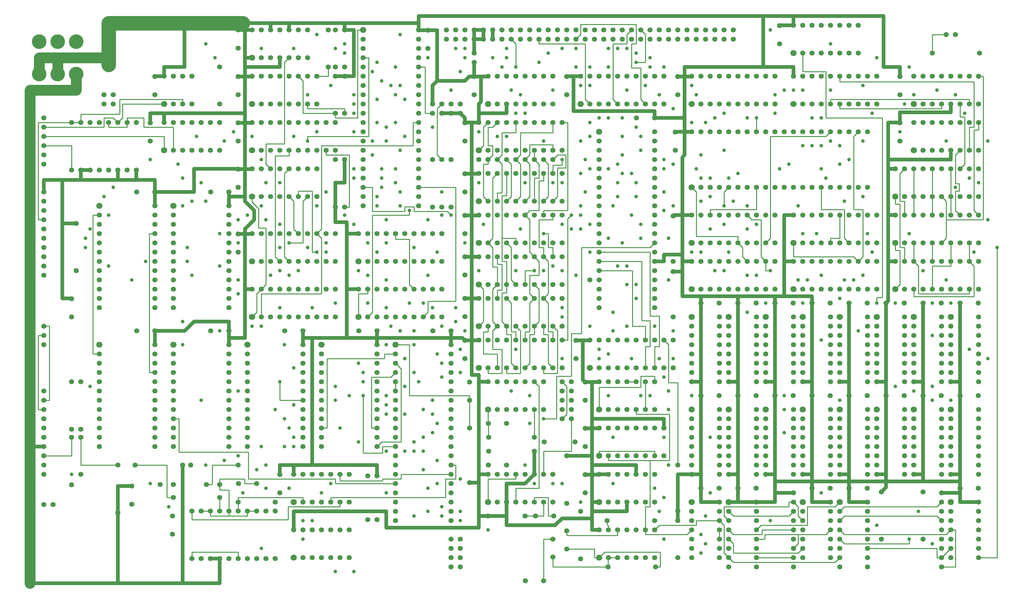
<source format=gbr>
G04 #@! TF.GenerationSoftware,KiCad,Pcbnew,9.0.0*
G04 #@! TF.CreationDate,2025-08-21T19:24:26+02:00*
G04 #@! TF.ProjectId,gdp,6764702e-6b69-4636-9164-5f7063625858,rev?*
G04 #@! TF.SameCoordinates,Original*
G04 #@! TF.FileFunction,Copper,L2,Inr*
G04 #@! TF.FilePolarity,Positive*
%FSLAX46Y46*%
G04 Gerber Fmt 4.6, Leading zero omitted, Abs format (unit mm)*
G04 Created by KiCad (PCBNEW 9.0.0) date 2025-08-21 19:24:26*
%MOMM*%
%LPD*%
G01*
G04 APERTURE LIST*
G04 #@! TA.AperFunction,ComponentPad*
%ADD10C,1.400000*%
G04 #@! TD*
G04 #@! TA.AperFunction,ComponentPad*
%ADD11C,1.700000*%
G04 #@! TD*
G04 #@! TA.AperFunction,ComponentPad*
%ADD12C,4.000000*%
G04 #@! TD*
G04 #@! TA.AperFunction,ViaPad*
%ADD13C,1.000000*%
G04 #@! TD*
G04 #@! TA.AperFunction,Conductor*
%ADD14C,0.250000*%
G04 #@! TD*
G04 #@! TA.AperFunction,Conductor*
%ADD15C,1.000000*%
G04 #@! TD*
G04 #@! TA.AperFunction,Conductor*
%ADD16C,4.000000*%
G04 #@! TD*
G04 #@! TA.AperFunction,Conductor*
%ADD17C,3.000000*%
G04 #@! TD*
G04 APERTURE END LIST*
D10*
X166370000Y-63500000D03*
X166370000Y-73660000D03*
X83820000Y-107950000D03*
X83820000Y-110490000D03*
X83820000Y-113030000D03*
X83820000Y-115570000D03*
X83820000Y-118110000D03*
X83820000Y-120650000D03*
X83820000Y-123190000D03*
X83820000Y-125730000D03*
X83820000Y-128270000D03*
X83820000Y-130810000D03*
X289560000Y-190500000D03*
X289560000Y-193040000D03*
X289560000Y-195580000D03*
X289560000Y-198120000D03*
X289560000Y-200660000D03*
X289560000Y-203200000D03*
X289560000Y-205740000D03*
X289560000Y-208280000D03*
X289560000Y-210820000D03*
D11*
X292100000Y-167640000D03*
D10*
X292100000Y-170180000D03*
X292100000Y-172720000D03*
X292100000Y-175260000D03*
X292100000Y-177800000D03*
X292100000Y-180340000D03*
X292100000Y-182880000D03*
X292100000Y-185420000D03*
X299720000Y-185420000D03*
X299720000Y-182880000D03*
X299720000Y-180340000D03*
X299720000Y-177800000D03*
X299720000Y-175260000D03*
X299720000Y-172720000D03*
X299720000Y-170180000D03*
X299720000Y-167640000D03*
X200660000Y-187720000D03*
X200660000Y-172720000D03*
X142240000Y-208510000D03*
X142240000Y-195510000D03*
X132080000Y-73660000D03*
X132080000Y-83820000D03*
X205940000Y-175260000D03*
X218440000Y-175260000D03*
X201930000Y-76240000D03*
X201930000Y-81240000D03*
D11*
X261620000Y-121920000D03*
D10*
X264160000Y-121920000D03*
X266700000Y-121920000D03*
X269240000Y-121920000D03*
X271780000Y-121920000D03*
X274320000Y-121920000D03*
X276860000Y-121920000D03*
X279400000Y-121920000D03*
X281940000Y-121920000D03*
X284480000Y-121920000D03*
X284480000Y-114300000D03*
X281940000Y-114300000D03*
X279400000Y-114300000D03*
X276860000Y-114300000D03*
X274320000Y-114300000D03*
X271780000Y-114300000D03*
X269240000Y-114300000D03*
X266700000Y-114300000D03*
X264160000Y-114300000D03*
X261620000Y-114300000D03*
X198120000Y-208280000D03*
X195580000Y-208280000D03*
X199390000Y-102910000D03*
X199390000Y-107910000D03*
X335280000Y-138430000D03*
X340280000Y-138430000D03*
X314960000Y-138430000D03*
X319960000Y-138430000D03*
X147320000Y-208510000D03*
X147320000Y-195510000D03*
X161925000Y-63500000D03*
X161925000Y-73660000D03*
D11*
X281940000Y-167640000D03*
D10*
X281940000Y-170180000D03*
X281940000Y-172720000D03*
X281940000Y-175260000D03*
X281940000Y-177800000D03*
X281940000Y-180340000D03*
X281940000Y-182880000D03*
X281940000Y-185420000D03*
X289560000Y-185420000D03*
X289560000Y-182880000D03*
X289560000Y-180340000D03*
X289560000Y-177800000D03*
X289560000Y-175260000D03*
X289560000Y-172720000D03*
X289560000Y-170180000D03*
X289560000Y-167640000D03*
X194310000Y-66040000D03*
X196850000Y-66040000D03*
X199390000Y-66040000D03*
X201930000Y-66040000D03*
X204470000Y-66040000D03*
X207010000Y-66040000D03*
X209550000Y-66040000D03*
X212090000Y-66040000D03*
X214630000Y-66040000D03*
X217170000Y-66040000D03*
X219710000Y-66040000D03*
X222250000Y-66040000D03*
X224790000Y-66040000D03*
X227330000Y-66040000D03*
X229870000Y-66040000D03*
X232410000Y-66040000D03*
X234950000Y-66040000D03*
X237490000Y-66040000D03*
X240030000Y-66040000D03*
X242570000Y-66040000D03*
X245110000Y-66040000D03*
X247650000Y-66040000D03*
X250190000Y-66040000D03*
X252730000Y-66040000D03*
X255270000Y-66040000D03*
X257810000Y-66040000D03*
X260350000Y-66040000D03*
X262890000Y-66040000D03*
X265430000Y-66040000D03*
X267970000Y-66040000D03*
X270510000Y-66040000D03*
X273050000Y-66040000D03*
D11*
X271780000Y-142240000D03*
D10*
X271780000Y-144780000D03*
X271780000Y-147320000D03*
X271780000Y-149860000D03*
X271780000Y-152400000D03*
X271780000Y-154940000D03*
X271780000Y-157480000D03*
X271780000Y-160020000D03*
X279400000Y-160020000D03*
X279400000Y-157480000D03*
X279400000Y-154940000D03*
X279400000Y-152400000D03*
X279400000Y-149860000D03*
X279400000Y-147320000D03*
X279400000Y-144780000D03*
X279400000Y-142240000D03*
X284480000Y-163830000D03*
X289480000Y-163830000D03*
X113030000Y-88940000D03*
X113030000Y-93940000D03*
X198120000Y-210820000D03*
X195580000Y-210820000D03*
X325120000Y-138430000D03*
X330120000Y-138430000D03*
X264160000Y-163830000D03*
X269160000Y-163830000D03*
D11*
X302260000Y-167640000D03*
D10*
X302260000Y-170180000D03*
X302260000Y-172720000D03*
X302260000Y-175260000D03*
X302260000Y-177800000D03*
X302260000Y-180340000D03*
X302260000Y-182880000D03*
X302260000Y-185420000D03*
X309880000Y-185420000D03*
X309880000Y-182880000D03*
X309880000Y-180340000D03*
X309880000Y-177800000D03*
X309880000Y-175260000D03*
X309880000Y-172720000D03*
X309880000Y-170180000D03*
X309880000Y-167640000D03*
X198120000Y-83815000D03*
X198120000Y-86355000D03*
X106680000Y-101900000D03*
X106680000Y-88900000D03*
X210820000Y-182880000D03*
X205820000Y-182880000D03*
X325120000Y-163830000D03*
X330120000Y-163830000D03*
D11*
X152400000Y-193040000D03*
D10*
X154940000Y-193040000D03*
X157480000Y-193040000D03*
X160020000Y-193040000D03*
X162560000Y-193040000D03*
X165100000Y-193040000D03*
X167640000Y-193040000D03*
X167640000Y-185420000D03*
X165100000Y-185420000D03*
X162560000Y-185420000D03*
X160020000Y-185420000D03*
X157480000Y-185420000D03*
X154940000Y-185420000D03*
X152400000Y-185420000D03*
D11*
X203205000Y-96520000D03*
D10*
X205745000Y-96520000D03*
X208285000Y-96520000D03*
X210825000Y-96520000D03*
X213365000Y-96520000D03*
X215905000Y-96520000D03*
X218445000Y-96520000D03*
X220985000Y-96520000D03*
X223525000Y-96520000D03*
X226065000Y-96520000D03*
X226065000Y-88900000D03*
X223525000Y-88900000D03*
X220985000Y-88900000D03*
X218445000Y-88900000D03*
X215905000Y-88900000D03*
X213365000Y-88900000D03*
X210825000Y-88900000D03*
X208285000Y-88900000D03*
X205745000Y-88900000D03*
X203205000Y-88900000D03*
X144780000Y-208510000D03*
X144780000Y-195510000D03*
D11*
X233680000Y-156210000D03*
D10*
X236220000Y-156210000D03*
X238760000Y-156210000D03*
X241300000Y-156210000D03*
X243840000Y-156210000D03*
X246380000Y-156210000D03*
X248920000Y-156210000D03*
X251460000Y-156210000D03*
X254000000Y-156210000D03*
X256540000Y-156210000D03*
X256540000Y-148590000D03*
X254000000Y-148590000D03*
X251460000Y-148590000D03*
X248920000Y-148590000D03*
X246380000Y-148590000D03*
X243840000Y-148590000D03*
X241300000Y-148590000D03*
X238760000Y-148590000D03*
X236220000Y-148590000D03*
X233680000Y-148590000D03*
X137240000Y-187960000D03*
X142240000Y-187960000D03*
X91440000Y-137240000D03*
X91440000Y-142240000D03*
X199390000Y-125730000D03*
X199390000Y-130730000D03*
X163830000Y-76200000D03*
X163830000Y-86360000D03*
D11*
X140970000Y-127000000D03*
D10*
X143510000Y-127000000D03*
X146050000Y-127000000D03*
X148590000Y-127000000D03*
X151130000Y-127000000D03*
X153670000Y-127000000D03*
X156210000Y-127000000D03*
X158750000Y-127000000D03*
X161290000Y-127000000D03*
X163830000Y-127000000D03*
X163830000Y-119380000D03*
X161290000Y-119380000D03*
X158750000Y-119380000D03*
X156210000Y-119380000D03*
X153670000Y-119380000D03*
X151130000Y-119380000D03*
X148590000Y-119380000D03*
X146050000Y-119380000D03*
X143510000Y-119380000D03*
X140970000Y-119380000D03*
D11*
X312420000Y-142240000D03*
D10*
X312420000Y-144780000D03*
X312420000Y-147320000D03*
X312420000Y-149860000D03*
X312420000Y-152400000D03*
X312420000Y-154940000D03*
X312420000Y-157480000D03*
X312420000Y-160020000D03*
X320040000Y-160020000D03*
X320040000Y-157480000D03*
X320040000Y-154940000D03*
X320040000Y-152400000D03*
X320040000Y-149860000D03*
X320040000Y-147320000D03*
X320040000Y-144780000D03*
X320040000Y-142240000D03*
X115787898Y-188177898D03*
X119380000Y-188177898D03*
X119380000Y-191770000D03*
X139700000Y-208510000D03*
X139700000Y-195510000D03*
X304800000Y-163830000D03*
X309800000Y-163830000D03*
X114300000Y-76240000D03*
X114300000Y-81240000D03*
X121920000Y-182880000D03*
X108920000Y-182880000D03*
D11*
X271780000Y-167640000D03*
D10*
X271780000Y-170180000D03*
X271780000Y-172720000D03*
X271780000Y-175260000D03*
X271780000Y-177800000D03*
X271780000Y-180340000D03*
X271780000Y-182880000D03*
X271780000Y-185420000D03*
X279400000Y-185420000D03*
X279400000Y-182880000D03*
X279400000Y-180340000D03*
X279400000Y-177800000D03*
X279400000Y-175260000D03*
X279400000Y-172720000D03*
X279400000Y-170180000D03*
X279400000Y-167640000D03*
D11*
X170180000Y-127000000D03*
D10*
X172720000Y-127000000D03*
X175260000Y-127000000D03*
X177800000Y-127000000D03*
X180340000Y-127000000D03*
X182880000Y-127000000D03*
X185420000Y-127000000D03*
X187960000Y-127000000D03*
X190500000Y-127000000D03*
X193040000Y-127000000D03*
X193040000Y-119380000D03*
X190500000Y-119380000D03*
X187960000Y-119380000D03*
X185420000Y-119380000D03*
X182880000Y-119380000D03*
X180340000Y-119380000D03*
X177800000Y-119380000D03*
X175260000Y-119380000D03*
X172720000Y-119380000D03*
X170180000Y-119380000D03*
D11*
X292100000Y-193040000D03*
D10*
X292100000Y-195580000D03*
X292100000Y-198120000D03*
X292100000Y-200660000D03*
X292100000Y-203200000D03*
X292100000Y-205740000D03*
X292100000Y-208280000D03*
X299720000Y-208280000D03*
X299720000Y-205740000D03*
X299720000Y-203200000D03*
X299720000Y-200660000D03*
X299720000Y-198120000D03*
X299720000Y-195580000D03*
X299720000Y-193040000D03*
X104140000Y-195880000D03*
X104140000Y-182880000D03*
X124460000Y-208510000D03*
X124460000Y-195510000D03*
D11*
X332740000Y-193040000D03*
D10*
X332740000Y-195580000D03*
X332740000Y-198120000D03*
X332740000Y-200660000D03*
X332740000Y-203200000D03*
X332740000Y-205740000D03*
X332740000Y-208280000D03*
X340360000Y-208280000D03*
X340360000Y-205740000D03*
X340360000Y-203200000D03*
X340360000Y-200660000D03*
X340360000Y-198120000D03*
X340360000Y-195580000D03*
X340360000Y-193040000D03*
D11*
X205740000Y-83820000D03*
D10*
X208280000Y-83820000D03*
X210820000Y-83820000D03*
X213360000Y-83820000D03*
X215900000Y-83820000D03*
X218440000Y-83820000D03*
X220980000Y-83820000D03*
X223520000Y-83820000D03*
X223520000Y-76200000D03*
X220980000Y-76200000D03*
X218440000Y-76200000D03*
X215900000Y-76200000D03*
X213360000Y-76200000D03*
X210820000Y-76200000D03*
X208280000Y-76200000D03*
X205740000Y-76200000D03*
D11*
X292100000Y-142240000D03*
D10*
X292100000Y-144780000D03*
X292100000Y-147320000D03*
X292100000Y-149860000D03*
X292100000Y-152400000D03*
X292100000Y-154940000D03*
X292100000Y-157480000D03*
X292100000Y-160020000D03*
X299720000Y-160020000D03*
X299720000Y-157480000D03*
X299720000Y-154940000D03*
X299720000Y-152400000D03*
X299720000Y-149860000D03*
X299720000Y-147320000D03*
X299720000Y-144780000D03*
X299720000Y-142240000D03*
X91440000Y-173020000D03*
X91440000Y-160020000D03*
D11*
X203200000Y-156210000D03*
D10*
X205740000Y-156210000D03*
X208280000Y-156210000D03*
X210820000Y-156210000D03*
X213360000Y-156210000D03*
X215900000Y-156210000D03*
X218440000Y-156210000D03*
X220980000Y-156210000D03*
X223520000Y-156210000D03*
X226060000Y-156210000D03*
X226060000Y-148590000D03*
X223520000Y-148590000D03*
X220980000Y-148590000D03*
X218440000Y-148590000D03*
X215900000Y-148590000D03*
X213360000Y-148590000D03*
X210820000Y-148590000D03*
X208280000Y-148590000D03*
X205740000Y-148590000D03*
X203200000Y-148590000D03*
X205820000Y-171450000D03*
X210820000Y-171450000D03*
X137160000Y-76240000D03*
X137160000Y-81240000D03*
X189230000Y-63540000D03*
X189230000Y-68540000D03*
X232410000Y-185460000D03*
X232410000Y-190460000D03*
X129540000Y-208510000D03*
X129540000Y-195510000D03*
D11*
X289560000Y-134620000D03*
D10*
X292100000Y-134620000D03*
X294640000Y-134620000D03*
X297180000Y-134620000D03*
X299720000Y-134620000D03*
X302260000Y-134620000D03*
X304800000Y-134620000D03*
X307340000Y-134620000D03*
X309880000Y-134620000D03*
X312420000Y-134620000D03*
X312420000Y-127000000D03*
X309880000Y-127000000D03*
X307340000Y-127000000D03*
X304800000Y-127000000D03*
X302260000Y-127000000D03*
X299720000Y-127000000D03*
X297180000Y-127000000D03*
X294640000Y-127000000D03*
X292100000Y-127000000D03*
X289560000Y-127000000D03*
X331470000Y-64770000D03*
X334010000Y-64770000D03*
X107950000Y-193595000D03*
X107950000Y-188595000D03*
X325120000Y-190200000D03*
X325120000Y-203200000D03*
X83820000Y-162560000D03*
X83820000Y-165100000D03*
X83820000Y-167640000D03*
X83820000Y-170180000D03*
X83820000Y-172720000D03*
X83820000Y-175260000D03*
X83820000Y-177800000D03*
X83820000Y-180340000D03*
X83820000Y-182880000D03*
X83820000Y-185420000D03*
X226060000Y-165100000D03*
X228600000Y-165100000D03*
D11*
X236220000Y-208280000D03*
D10*
X238760000Y-208280000D03*
X241300000Y-208280000D03*
X243840000Y-208280000D03*
X246380000Y-208280000D03*
X248920000Y-208280000D03*
X251460000Y-208280000D03*
X251460000Y-200660000D03*
X248920000Y-200660000D03*
X246380000Y-200660000D03*
X243840000Y-200660000D03*
X241300000Y-200660000D03*
X238760000Y-200660000D03*
X236220000Y-200660000D03*
X200660000Y-165100000D03*
X200660000Y-160100000D03*
D11*
X205740000Y-193040000D03*
D10*
X208280000Y-193040000D03*
X210820000Y-193040000D03*
X213360000Y-193040000D03*
X215900000Y-193040000D03*
X218440000Y-193040000D03*
X220980000Y-193040000D03*
X223520000Y-193040000D03*
X223520000Y-185420000D03*
X220980000Y-185420000D03*
X218440000Y-185420000D03*
X215900000Y-185420000D03*
X213360000Y-185420000D03*
X210820000Y-185420000D03*
X208280000Y-185420000D03*
X205740000Y-185420000D03*
D11*
X289560000Y-69850000D03*
D10*
X292100000Y-69850000D03*
X294640000Y-69850000D03*
X297180000Y-69850000D03*
X299720000Y-69850000D03*
X302260000Y-69850000D03*
X304800000Y-69850000D03*
X307340000Y-69850000D03*
X307340000Y-62230000D03*
X304800000Y-62230000D03*
X302260000Y-62230000D03*
X299720000Y-62230000D03*
X297180000Y-62230000D03*
X294640000Y-62230000D03*
X292100000Y-62230000D03*
X289560000Y-62230000D03*
X274320000Y-138430000D03*
X279320000Y-138430000D03*
X100330000Y-81280000D03*
X100330000Y-83820000D03*
X318770000Y-76240000D03*
X318770000Y-81240000D03*
X137160000Y-88940000D03*
X137160000Y-93940000D03*
D11*
X302260000Y-193040000D03*
D10*
X302260000Y-195580000D03*
X302260000Y-198120000D03*
X302260000Y-200660000D03*
X302260000Y-203200000D03*
X302260000Y-205740000D03*
X302260000Y-208280000D03*
X302260000Y-210820000D03*
X309880000Y-210820000D03*
X309880000Y-208280000D03*
X309880000Y-205740000D03*
X309880000Y-203200000D03*
X309880000Y-200660000D03*
X309880000Y-198120000D03*
X309880000Y-195580000D03*
X309880000Y-193040000D03*
X335320000Y-189230000D03*
X340320000Y-189230000D03*
D11*
X116840000Y-96520000D03*
D10*
X119380000Y-96520000D03*
X121920000Y-96520000D03*
X124460000Y-96520000D03*
X127000000Y-96520000D03*
X129540000Y-96520000D03*
X132080000Y-96520000D03*
X132080000Y-88900000D03*
X129540000Y-88900000D03*
X127000000Y-88900000D03*
X124460000Y-88900000D03*
X121920000Y-88900000D03*
X119380000Y-88900000D03*
X116840000Y-88900000D03*
X148590000Y-185460000D03*
X148590000Y-190460000D03*
X195580000Y-146050000D03*
X190580000Y-146050000D03*
D11*
X236220000Y-167640000D03*
D10*
X238760000Y-167640000D03*
X241300000Y-167640000D03*
X243840000Y-167640000D03*
X246380000Y-167640000D03*
X248920000Y-167640000D03*
X251460000Y-167640000D03*
X251460000Y-160020000D03*
X248920000Y-160020000D03*
X246380000Y-160020000D03*
X243840000Y-160020000D03*
X241300000Y-160020000D03*
X238760000Y-160020000D03*
X236220000Y-160020000D03*
X199390000Y-148630000D03*
X199390000Y-153630000D03*
D11*
X170180000Y-142240000D03*
D10*
X172720000Y-142240000D03*
X175260000Y-142240000D03*
X177800000Y-142240000D03*
X180340000Y-142240000D03*
X182880000Y-142240000D03*
X185420000Y-142240000D03*
X187960000Y-142240000D03*
X190500000Y-142240000D03*
X193040000Y-142240000D03*
X193040000Y-134620000D03*
X190500000Y-134620000D03*
X187960000Y-134620000D03*
X185420000Y-134620000D03*
X182880000Y-134620000D03*
X180340000Y-134620000D03*
X177800000Y-134620000D03*
X175260000Y-134620000D03*
X172720000Y-134620000D03*
X170180000Y-134620000D03*
X220980000Y-214630000D03*
X215980000Y-214630000D03*
X137160000Y-63500000D03*
X137160000Y-68500000D03*
X137160000Y-101640000D03*
X137160000Y-106640000D03*
X137160000Y-119460000D03*
X137160000Y-124460000D03*
X257810000Y-195380000D03*
X257810000Y-182880000D03*
D11*
X332740000Y-142240000D03*
D10*
X332740000Y-144780000D03*
X332740000Y-147320000D03*
X332740000Y-149860000D03*
X332740000Y-152400000D03*
X332740000Y-154940000D03*
X332740000Y-157480000D03*
X332740000Y-160020000D03*
X340360000Y-160020000D03*
X340360000Y-157480000D03*
X340360000Y-154940000D03*
X340360000Y-152400000D03*
X340360000Y-149860000D03*
X340360000Y-147320000D03*
X340360000Y-144780000D03*
X340360000Y-142240000D03*
X163830000Y-112060000D03*
X163830000Y-99060000D03*
X195580000Y-83815000D03*
X195580000Y-86355000D03*
X175260000Y-146050000D03*
X170260000Y-146050000D03*
X318770000Y-88940000D03*
X318770000Y-93940000D03*
D11*
X205740000Y-167640000D03*
D10*
X208280000Y-167640000D03*
X210820000Y-167640000D03*
X213360000Y-167640000D03*
X215900000Y-167640000D03*
X218440000Y-167640000D03*
X220980000Y-167640000D03*
X220980000Y-160020000D03*
X218440000Y-160020000D03*
X215900000Y-160020000D03*
X213360000Y-160020000D03*
X210820000Y-160020000D03*
X208280000Y-160020000D03*
X205740000Y-160020000D03*
X193040000Y-112060000D03*
X193040000Y-99060000D03*
X134620000Y-208510000D03*
X134620000Y-195510000D03*
X96520000Y-101900000D03*
X96520000Y-88900000D03*
X104140000Y-101900000D03*
X104140000Y-88900000D03*
X83820000Y-144780000D03*
X83820000Y-147320000D03*
X83820000Y-149860000D03*
X134620000Y-107950000D03*
X129620000Y-107950000D03*
D11*
X322580000Y-142240000D03*
D10*
X322580000Y-144780000D03*
X322580000Y-147320000D03*
X322580000Y-149860000D03*
X322580000Y-152400000D03*
X322580000Y-154940000D03*
X322580000Y-157480000D03*
X322580000Y-160020000D03*
X330200000Y-160020000D03*
X330200000Y-157480000D03*
X330200000Y-154940000D03*
X330200000Y-152400000D03*
X330200000Y-149860000D03*
X330200000Y-147320000D03*
X330200000Y-144780000D03*
X330200000Y-142240000D03*
D12*
X82550000Y-66675000D03*
X82550000Y-75565000D03*
X87630000Y-66675000D03*
X87630000Y-75565000D03*
X92710000Y-66675000D03*
X92710000Y-75565000D03*
D10*
X274320000Y-163830000D03*
X279320000Y-163830000D03*
X227330000Y-76240000D03*
X227330000Y-81240000D03*
X203200000Y-99060000D03*
X205740000Y-99060000D03*
X208280000Y-99060000D03*
X210820000Y-99060000D03*
X213360000Y-99060000D03*
X215900000Y-99060000D03*
X218440000Y-99060000D03*
X220980000Y-99060000D03*
X223520000Y-99060000D03*
X83820000Y-193675000D03*
X86360000Y-193675000D03*
X294680000Y-163830000D03*
X299680000Y-163830000D03*
X127000000Y-208510000D03*
X127000000Y-195510000D03*
D11*
X302260000Y-142240000D03*
D10*
X302260000Y-144780000D03*
X302260000Y-147320000D03*
X302260000Y-149860000D03*
X302260000Y-152400000D03*
X302260000Y-154940000D03*
X302260000Y-157480000D03*
X302260000Y-160020000D03*
X309880000Y-160020000D03*
X309880000Y-157480000D03*
X309880000Y-154940000D03*
X309880000Y-152400000D03*
X309880000Y-149860000D03*
X309880000Y-147320000D03*
X309880000Y-144780000D03*
X309880000Y-142240000D03*
X205940000Y-179070000D03*
X218440000Y-179070000D03*
X229870000Y-148630000D03*
X229870000Y-153630000D03*
X251714000Y-210820000D03*
X238714000Y-210820000D03*
X340660000Y-69850000D03*
X327660000Y-69850000D03*
D11*
X99060000Y-149860000D03*
D10*
X99060000Y-152400000D03*
X99060000Y-154940000D03*
X99060000Y-157480000D03*
X99060000Y-160020000D03*
X99060000Y-162560000D03*
X99060000Y-165100000D03*
X99060000Y-167640000D03*
X99060000Y-170180000D03*
X99060000Y-172720000D03*
X99060000Y-175260000D03*
X99060000Y-177800000D03*
X114300000Y-177800000D03*
X114300000Y-175260000D03*
X114300000Y-172720000D03*
X114300000Y-170180000D03*
X114300000Y-167640000D03*
X114300000Y-165100000D03*
X114300000Y-162560000D03*
X114300000Y-160020000D03*
X114300000Y-157480000D03*
X114300000Y-154940000D03*
X114300000Y-152400000D03*
X114300000Y-149860000D03*
X294640000Y-138430000D03*
X299640000Y-138430000D03*
D11*
X140970000Y-96520000D03*
D10*
X143510000Y-96520000D03*
X146050000Y-96520000D03*
X148590000Y-96520000D03*
X151130000Y-96520000D03*
X153670000Y-96520000D03*
X156210000Y-96520000D03*
X158750000Y-96520000D03*
X161290000Y-96520000D03*
X163830000Y-96520000D03*
X163830000Y-88900000D03*
X161290000Y-88900000D03*
X158750000Y-88900000D03*
X156210000Y-88900000D03*
X153670000Y-88900000D03*
X151130000Y-88900000D03*
X148590000Y-88900000D03*
X146050000Y-88900000D03*
X143510000Y-88900000D03*
X140970000Y-88900000D03*
D11*
X140970000Y-71120000D03*
D10*
X143510000Y-71120000D03*
X146050000Y-71120000D03*
X148590000Y-71120000D03*
X151130000Y-71120000D03*
X153670000Y-71120000D03*
X156210000Y-71120000D03*
X156210000Y-63500000D03*
X153670000Y-63500000D03*
X151130000Y-63500000D03*
X148590000Y-63500000D03*
X146050000Y-63500000D03*
X143510000Y-63500000D03*
X140970000Y-63500000D03*
X194310000Y-63500000D03*
X196850000Y-63500000D03*
X199390000Y-63500000D03*
X201930000Y-63500000D03*
X204470000Y-63500000D03*
X207010000Y-63500000D03*
X209550000Y-63500000D03*
X212090000Y-63500000D03*
X214630000Y-63500000D03*
X217170000Y-63500000D03*
X219710000Y-63500000D03*
X222250000Y-63500000D03*
X224790000Y-63500000D03*
X227330000Y-63500000D03*
X229870000Y-63500000D03*
X232410000Y-63500000D03*
X234950000Y-63500000D03*
X237490000Y-63500000D03*
X240030000Y-63500000D03*
X242570000Y-63500000D03*
X245110000Y-63500000D03*
X247650000Y-63500000D03*
X250190000Y-63500000D03*
X252730000Y-63500000D03*
X255270000Y-63500000D03*
X257810000Y-63500000D03*
X260350000Y-63500000D03*
X262890000Y-63500000D03*
X265430000Y-63500000D03*
X267970000Y-63500000D03*
X270510000Y-63500000D03*
X273050000Y-63500000D03*
X199390000Y-114340000D03*
X199390000Y-119340000D03*
X195580000Y-112060000D03*
X195580000Y-99060000D03*
D11*
X312420000Y-167640000D03*
D10*
X312420000Y-170180000D03*
X312420000Y-172720000D03*
X312420000Y-175260000D03*
X312420000Y-177800000D03*
X312420000Y-180340000D03*
X312420000Y-182880000D03*
X312420000Y-185420000D03*
X320040000Y-185420000D03*
X320040000Y-182880000D03*
X320040000Y-180340000D03*
X320040000Y-177800000D03*
X320040000Y-175260000D03*
X320040000Y-172720000D03*
X320040000Y-170180000D03*
X320040000Y-167640000D03*
D11*
X281940000Y-142240000D03*
D10*
X281940000Y-144780000D03*
X281940000Y-147320000D03*
X281940000Y-149860000D03*
X281940000Y-152400000D03*
X281940000Y-154940000D03*
X281940000Y-157480000D03*
X281940000Y-160020000D03*
X289560000Y-160020000D03*
X289560000Y-157480000D03*
X289560000Y-154940000D03*
X289560000Y-152400000D03*
X289560000Y-149860000D03*
X289560000Y-147320000D03*
X289560000Y-144780000D03*
X289560000Y-142240000D03*
D11*
X203200000Y-133350000D03*
D10*
X205740000Y-133350000D03*
X208280000Y-133350000D03*
X210820000Y-133350000D03*
X213360000Y-133350000D03*
X215900000Y-133350000D03*
X218440000Y-133350000D03*
X220980000Y-133350000D03*
X223520000Y-133350000D03*
X226060000Y-133350000D03*
X226060000Y-125730000D03*
X223520000Y-125730000D03*
X220980000Y-125730000D03*
X218440000Y-125730000D03*
X215900000Y-125730000D03*
X213360000Y-125730000D03*
X210820000Y-125730000D03*
X208280000Y-125730000D03*
X205740000Y-125730000D03*
X203200000Y-125730000D03*
D11*
X261620000Y-193040000D03*
D10*
X261620000Y-195580000D03*
X261620000Y-198120000D03*
X261620000Y-200660000D03*
X261620000Y-203200000D03*
X261620000Y-205740000D03*
X261620000Y-208280000D03*
X269240000Y-208280000D03*
X269240000Y-205740000D03*
X269240000Y-203200000D03*
X269240000Y-200660000D03*
X269240000Y-198120000D03*
X269240000Y-195580000D03*
X269240000Y-193040000D03*
D11*
X261620000Y-167640000D03*
D10*
X261620000Y-170180000D03*
X261620000Y-172720000D03*
X261620000Y-175260000D03*
X261620000Y-177800000D03*
X261620000Y-180340000D03*
X261620000Y-182880000D03*
X261620000Y-185420000D03*
X269240000Y-185420000D03*
X269240000Y-182880000D03*
X269240000Y-180340000D03*
X269240000Y-177800000D03*
X269240000Y-175260000D03*
X269240000Y-172720000D03*
X269240000Y-170180000D03*
X269240000Y-167640000D03*
X190500000Y-112060000D03*
X190500000Y-99060000D03*
X166370000Y-76200000D03*
X166370000Y-86360000D03*
X119126000Y-196850000D03*
X119126000Y-201850000D03*
D11*
X317500000Y-121920000D03*
D10*
X320040000Y-121920000D03*
X322580000Y-121920000D03*
X325120000Y-121920000D03*
X327660000Y-121920000D03*
X330200000Y-121920000D03*
X332740000Y-121920000D03*
X335280000Y-121920000D03*
X337820000Y-121920000D03*
X340360000Y-121920000D03*
X340360000Y-114300000D03*
X337820000Y-114300000D03*
X335280000Y-114300000D03*
X332740000Y-114300000D03*
X330200000Y-114300000D03*
X327660000Y-114300000D03*
X325120000Y-114300000D03*
X322580000Y-114300000D03*
X320040000Y-114300000D03*
X317500000Y-114300000D03*
X201930000Y-69850000D03*
X201930000Y-72390000D03*
D11*
X317500000Y-134620000D03*
D10*
X320040000Y-134620000D03*
X322580000Y-134620000D03*
X325120000Y-134620000D03*
X327660000Y-134620000D03*
X330200000Y-134620000D03*
X332740000Y-134620000D03*
X335280000Y-134620000D03*
X337820000Y-134620000D03*
X340360000Y-134620000D03*
X340360000Y-127000000D03*
X337820000Y-127000000D03*
X335280000Y-127000000D03*
X332740000Y-127000000D03*
X330200000Y-127000000D03*
X327660000Y-127000000D03*
X325120000Y-127000000D03*
X322580000Y-127000000D03*
X320040000Y-127000000D03*
X317500000Y-127000000D03*
X294640000Y-189230000D03*
X299640000Y-189230000D03*
X223774000Y-196850000D03*
X218774000Y-196850000D03*
X102870000Y-81280000D03*
X102870000Y-83820000D03*
X128487898Y-188177898D03*
X132080000Y-188177898D03*
X132080000Y-191770000D03*
X257175000Y-91480000D03*
X257175000Y-96480000D03*
X175260000Y-197850000D03*
X175260000Y-185850000D03*
D11*
X236220000Y-180340000D03*
D10*
X238760000Y-180340000D03*
X241300000Y-180340000D03*
X243840000Y-180340000D03*
X246380000Y-180340000D03*
X248920000Y-180340000D03*
X251460000Y-180340000D03*
X254000000Y-180340000D03*
X254000000Y-172720000D03*
X251460000Y-172720000D03*
X248920000Y-172720000D03*
X246380000Y-172720000D03*
X243840000Y-172720000D03*
X241300000Y-172720000D03*
X238760000Y-172720000D03*
X236220000Y-172720000D03*
X227330000Y-193340000D03*
X227330000Y-180340000D03*
X313690000Y-203200000D03*
X313690000Y-190200000D03*
X304800000Y-189230000D03*
X309800000Y-189230000D03*
X304800000Y-138430000D03*
X309800000Y-138430000D03*
X284480000Y-138430000D03*
X289480000Y-138430000D03*
D11*
X322580000Y-83820000D03*
D10*
X325120000Y-83820000D03*
X327660000Y-83820000D03*
X330200000Y-83820000D03*
X332740000Y-83820000D03*
X335280000Y-83820000D03*
X337820000Y-83820000D03*
X340360000Y-83820000D03*
X340360000Y-76200000D03*
X337820000Y-76200000D03*
X335280000Y-76200000D03*
X332740000Y-76200000D03*
X330200000Y-76200000D03*
X327660000Y-76200000D03*
X325120000Y-76200000D03*
X322580000Y-76200000D03*
D11*
X332740000Y-167640000D03*
D10*
X332740000Y-170180000D03*
X332740000Y-172720000D03*
X332740000Y-175260000D03*
X332740000Y-177800000D03*
X332740000Y-180340000D03*
X332740000Y-182880000D03*
X332740000Y-185420000D03*
X340360000Y-185420000D03*
X340360000Y-182880000D03*
X340360000Y-180340000D03*
X340360000Y-177800000D03*
X340360000Y-175260000D03*
X340360000Y-172720000D03*
X340360000Y-170180000D03*
X340360000Y-167640000D03*
X93980000Y-101900000D03*
X93980000Y-88900000D03*
D11*
X180340000Y-149860000D03*
D10*
X180340000Y-152400000D03*
X180340000Y-154940000D03*
X180340000Y-157480000D03*
X180340000Y-160020000D03*
X180340000Y-162560000D03*
X180340000Y-165100000D03*
X180340000Y-167640000D03*
X180340000Y-170180000D03*
X180340000Y-172720000D03*
X180340000Y-175260000D03*
X180340000Y-177800000D03*
X180340000Y-180340000D03*
X180340000Y-182880000D03*
X180340000Y-185420000D03*
X180340000Y-187960000D03*
X180340000Y-190500000D03*
X180340000Y-193040000D03*
X180340000Y-195580000D03*
X180340000Y-198120000D03*
X195580000Y-198120000D03*
X195580000Y-195580000D03*
X195580000Y-193040000D03*
X195580000Y-190500000D03*
X195580000Y-187960000D03*
X195580000Y-185420000D03*
X195580000Y-182880000D03*
X195580000Y-180340000D03*
X195580000Y-177800000D03*
X195580000Y-175260000D03*
X195580000Y-172720000D03*
X195580000Y-170180000D03*
X195580000Y-167640000D03*
X195580000Y-165100000D03*
X195580000Y-162560000D03*
X195580000Y-160020000D03*
X195580000Y-157480000D03*
X195580000Y-154940000D03*
X195580000Y-152400000D03*
X195580000Y-149860000D03*
X93980000Y-175260000D03*
X93980000Y-185420000D03*
X134620000Y-146050000D03*
X129620000Y-146050000D03*
X163830000Y-63500000D03*
X163830000Y-73660000D03*
X198125000Y-203200000D03*
X195585000Y-203200000D03*
X190500000Y-83820000D03*
X190500000Y-86360000D03*
D11*
X231140000Y-83820000D03*
D10*
X233680000Y-83820000D03*
X236220000Y-83820000D03*
X238760000Y-83820000D03*
X241300000Y-83820000D03*
X243840000Y-83820000D03*
X246380000Y-83820000D03*
X248920000Y-83820000D03*
X251460000Y-83820000D03*
X254000000Y-83820000D03*
X254000000Y-76200000D03*
X251460000Y-76200000D03*
X248920000Y-76200000D03*
X246380000Y-76200000D03*
X243840000Y-76200000D03*
X241300000Y-76200000D03*
X238760000Y-76200000D03*
X236220000Y-76200000D03*
X233680000Y-76200000D03*
X231140000Y-76200000D03*
D11*
X261620000Y-83820000D03*
D10*
X264160000Y-83820000D03*
X266700000Y-83820000D03*
X269240000Y-83820000D03*
X271780000Y-83820000D03*
X274320000Y-83820000D03*
X276860000Y-83820000D03*
X279400000Y-83820000D03*
X281940000Y-83820000D03*
X284480000Y-83820000D03*
X284480000Y-76200000D03*
X281940000Y-76200000D03*
X279400000Y-76200000D03*
X276860000Y-76200000D03*
X274320000Y-76200000D03*
X271780000Y-76200000D03*
X269240000Y-76200000D03*
X266700000Y-76200000D03*
X264160000Y-76200000D03*
X261620000Y-76200000D03*
D11*
X140970000Y-142240000D03*
D10*
X143510000Y-142240000D03*
X146050000Y-142240000D03*
X148590000Y-142240000D03*
X151130000Y-142240000D03*
X153670000Y-142240000D03*
X156210000Y-142240000D03*
X158750000Y-142240000D03*
X161290000Y-142240000D03*
X163830000Y-142240000D03*
X163830000Y-134620000D03*
X161290000Y-134620000D03*
X158750000Y-134620000D03*
X156210000Y-134620000D03*
X153670000Y-134620000D03*
X151130000Y-134620000D03*
X148590000Y-134620000D03*
X146050000Y-134620000D03*
X143510000Y-134620000D03*
X140970000Y-134620000D03*
X256540000Y-127000000D03*
X256540000Y-114500000D03*
X137160000Y-182880000D03*
X124160000Y-182880000D03*
D11*
X261620000Y-142240000D03*
D10*
X261620000Y-144780000D03*
X261620000Y-147320000D03*
X261620000Y-149860000D03*
X261620000Y-152400000D03*
X261620000Y-154940000D03*
X261620000Y-157480000D03*
X261620000Y-160020000D03*
X269240000Y-160020000D03*
X269240000Y-157480000D03*
X269240000Y-154940000D03*
X269240000Y-152400000D03*
X269240000Y-149860000D03*
X269240000Y-147320000D03*
X269240000Y-144780000D03*
X269240000Y-142240000D03*
X199390000Y-137160000D03*
X199390000Y-142160000D03*
X256540000Y-142240000D03*
X256540000Y-129740000D03*
X238460000Y-198120000D03*
X251460000Y-198120000D03*
X223520000Y-203200000D03*
X223520000Y-208100000D03*
X257810000Y-198120000D03*
X257810000Y-208280000D03*
D11*
X261620000Y-106680000D03*
D10*
X264160000Y-106680000D03*
X266700000Y-106680000D03*
X269240000Y-106680000D03*
X271780000Y-106680000D03*
X274320000Y-106680000D03*
X276860000Y-106680000D03*
X279400000Y-106680000D03*
X281940000Y-106680000D03*
X284480000Y-106680000D03*
X287020000Y-106680000D03*
X289560000Y-106680000D03*
X292100000Y-106680000D03*
X294640000Y-106680000D03*
X297180000Y-106680000D03*
X299720000Y-106680000D03*
X302260000Y-106680000D03*
X304800000Y-106680000D03*
X307340000Y-106680000D03*
X309880000Y-106680000D03*
X309880000Y-91440000D03*
X307340000Y-91440000D03*
X304800000Y-91440000D03*
X302260000Y-91440000D03*
X299720000Y-91440000D03*
X297180000Y-91440000D03*
X294640000Y-91440000D03*
X292100000Y-91440000D03*
X289560000Y-91440000D03*
X287020000Y-91440000D03*
X284480000Y-91440000D03*
X281940000Y-91440000D03*
X279400000Y-91440000D03*
X276860000Y-91440000D03*
X274320000Y-91440000D03*
X271780000Y-91440000D03*
X269240000Y-91440000D03*
X266700000Y-91440000D03*
X264160000Y-91440000D03*
X261620000Y-91440000D03*
X114300000Y-146050000D03*
X109300000Y-146050000D03*
X92710000Y-129540000D03*
X92710000Y-116540000D03*
X264160000Y-138430000D03*
X269160000Y-138430000D03*
X91440000Y-101900000D03*
X91440000Y-88900000D03*
D11*
X236220000Y-193040000D03*
D10*
X238760000Y-193040000D03*
X241300000Y-193040000D03*
X243840000Y-193040000D03*
X246380000Y-193040000D03*
X248920000Y-193040000D03*
X251460000Y-193040000D03*
X251460000Y-185420000D03*
X248920000Y-185420000D03*
X246380000Y-185420000D03*
X243840000Y-185420000D03*
X241300000Y-185420000D03*
X238760000Y-185420000D03*
X236220000Y-185420000D03*
D11*
X152400000Y-208280000D03*
D10*
X154940000Y-208280000D03*
X157480000Y-208280000D03*
X160020000Y-208280000D03*
X162560000Y-208280000D03*
X165100000Y-208280000D03*
X167640000Y-208280000D03*
X167640000Y-200660000D03*
X165100000Y-200660000D03*
X162560000Y-200660000D03*
X160020000Y-200660000D03*
X157480000Y-200660000D03*
X154940000Y-200660000D03*
X152400000Y-200660000D03*
X233680000Y-132080000D03*
X335280000Y-163830000D03*
X340280000Y-163830000D03*
X330200000Y-190500000D03*
X330200000Y-193040000D03*
X330200000Y-195580000D03*
X330200000Y-198120000D03*
X330200000Y-200660000D03*
X330200000Y-203200000D03*
X330200000Y-205740000D03*
X330200000Y-208280000D03*
X330200000Y-210820000D03*
D11*
X236220000Y-91440000D03*
D10*
X236220000Y-93980000D03*
X236220000Y-96520000D03*
X236220000Y-99060000D03*
X236220000Y-101600000D03*
X236220000Y-104140000D03*
X236220000Y-106680000D03*
X236220000Y-109220000D03*
X236220000Y-111760000D03*
X236220000Y-114300000D03*
X236220000Y-116840000D03*
X236220000Y-119380000D03*
X236220000Y-121920000D03*
X236220000Y-124460000D03*
X236220000Y-127000000D03*
X236220000Y-129540000D03*
X236220000Y-132080000D03*
X236220000Y-134620000D03*
X236220000Y-137160000D03*
X236220000Y-139700000D03*
X251460000Y-139700000D03*
X251460000Y-137160000D03*
X251460000Y-134620000D03*
X251460000Y-132080000D03*
X251460000Y-129540000D03*
X251460000Y-127000000D03*
X251460000Y-124460000D03*
X251460000Y-121920000D03*
X251460000Y-119380000D03*
X251460000Y-116840000D03*
X251460000Y-114300000D03*
X251460000Y-111760000D03*
X251460000Y-109220000D03*
X251460000Y-106680000D03*
X251460000Y-104140000D03*
X251460000Y-101600000D03*
X251460000Y-99060000D03*
X251460000Y-96520000D03*
X251460000Y-93980000D03*
X251460000Y-91440000D03*
X251460000Y-87630000D03*
X246460000Y-87630000D03*
D11*
X203200000Y-144780000D03*
D10*
X205740000Y-144780000D03*
X208280000Y-144780000D03*
X210820000Y-144780000D03*
X213360000Y-144780000D03*
X215900000Y-144780000D03*
X218440000Y-144780000D03*
X220980000Y-144780000D03*
X223520000Y-144780000D03*
X226060000Y-144780000D03*
X226060000Y-137160000D03*
X223520000Y-137160000D03*
X220980000Y-137160000D03*
X218440000Y-137160000D03*
X215900000Y-137160000D03*
X213360000Y-137160000D03*
X210820000Y-137160000D03*
X208280000Y-137160000D03*
X205740000Y-137160000D03*
X203200000Y-137160000D03*
X285750000Y-62270000D03*
X285750000Y-67270000D03*
X229641505Y-176539819D03*
X221141505Y-176539819D03*
X193040000Y-83820000D03*
X193040000Y-86360000D03*
D11*
X317500000Y-109220000D03*
D10*
X320040000Y-109220000D03*
X322580000Y-109220000D03*
X325120000Y-109220000D03*
X327660000Y-109220000D03*
X330200000Y-109220000D03*
X332740000Y-109220000D03*
X335280000Y-109220000D03*
X337820000Y-109220000D03*
X340360000Y-109220000D03*
X340360000Y-101600000D03*
X337820000Y-101600000D03*
X335280000Y-101600000D03*
X332740000Y-101600000D03*
X330200000Y-101600000D03*
X327660000Y-101600000D03*
X325120000Y-101600000D03*
X322580000Y-101600000D03*
X320040000Y-101600000D03*
X317500000Y-101600000D03*
D11*
X322580000Y-96520000D03*
D10*
X325120000Y-96520000D03*
X327660000Y-96520000D03*
X330200000Y-96520000D03*
X332740000Y-96520000D03*
X335280000Y-96520000D03*
X337820000Y-96520000D03*
X340360000Y-96520000D03*
X340360000Y-88900000D03*
X337820000Y-88900000D03*
X335280000Y-88900000D03*
X332740000Y-88900000D03*
X330200000Y-88900000D03*
X327660000Y-88900000D03*
X325120000Y-88900000D03*
X322580000Y-88900000D03*
X257810000Y-76240000D03*
X257810000Y-81240000D03*
D11*
X261620000Y-134620000D03*
D10*
X264160000Y-134620000D03*
X266700000Y-134620000D03*
X269240000Y-134620000D03*
X271780000Y-134620000D03*
X274320000Y-134620000D03*
X276860000Y-134620000D03*
X279400000Y-134620000D03*
X281940000Y-134620000D03*
X284480000Y-134620000D03*
X284480000Y-127000000D03*
X281940000Y-127000000D03*
X279400000Y-127000000D03*
X276860000Y-127000000D03*
X274320000Y-127000000D03*
X271780000Y-127000000D03*
X269240000Y-127000000D03*
X266700000Y-127000000D03*
X264160000Y-127000000D03*
X261620000Y-127000000D03*
X215900000Y-196850000D03*
X205740000Y-196850000D03*
D11*
X116850000Y-83810000D03*
D10*
X119390000Y-83810000D03*
X121930000Y-83810000D03*
X124470000Y-83810000D03*
X124470000Y-76190000D03*
X121930000Y-76190000D03*
X119390000Y-76190000D03*
X116850000Y-76190000D03*
X132080000Y-208510000D03*
X132080000Y-195510000D03*
D11*
X139700000Y-149860000D03*
D10*
X139700000Y-152400000D03*
X139700000Y-154940000D03*
X139700000Y-157480000D03*
X139700000Y-160020000D03*
X139700000Y-162560000D03*
X139700000Y-165100000D03*
X139700000Y-167640000D03*
X139700000Y-170180000D03*
X139700000Y-172720000D03*
X139700000Y-175260000D03*
X139700000Y-177800000D03*
X154940000Y-177800000D03*
X154940000Y-175260000D03*
X154940000Y-172720000D03*
X154940000Y-170180000D03*
X154940000Y-167640000D03*
X154940000Y-165100000D03*
X154940000Y-162560000D03*
X154940000Y-160020000D03*
X154940000Y-157480000D03*
X154940000Y-154940000D03*
X154940000Y-152400000D03*
X154940000Y-149860000D03*
X198120000Y-205740000D03*
X195580000Y-205740000D03*
D11*
X203200000Y-110490000D03*
D10*
X205740000Y-110490000D03*
X208280000Y-110490000D03*
X210820000Y-110490000D03*
X213360000Y-110490000D03*
X215900000Y-110490000D03*
X218440000Y-110490000D03*
X220980000Y-110490000D03*
X223520000Y-110490000D03*
X226060000Y-110490000D03*
X226060000Y-102870000D03*
X223520000Y-102870000D03*
X220980000Y-102870000D03*
X218440000Y-102870000D03*
X215900000Y-102870000D03*
X213360000Y-102870000D03*
X210820000Y-102870000D03*
X208280000Y-102870000D03*
X205740000Y-102870000D03*
X203200000Y-102870000D03*
D11*
X119380000Y-111760000D03*
D10*
X119380000Y-114300000D03*
X119380000Y-116840000D03*
X119380000Y-119380000D03*
X119380000Y-121920000D03*
X119380000Y-124460000D03*
X119380000Y-127000000D03*
X119380000Y-129540000D03*
X119380000Y-132080000D03*
X119380000Y-134620000D03*
X119380000Y-137160000D03*
X119380000Y-139700000D03*
X134620000Y-139700000D03*
X134620000Y-137160000D03*
X134620000Y-134620000D03*
X134620000Y-132080000D03*
X134620000Y-129540000D03*
X134620000Y-127000000D03*
X134620000Y-124460000D03*
X134620000Y-121920000D03*
X134620000Y-119380000D03*
X134620000Y-116840000D03*
X134620000Y-114300000D03*
X134620000Y-111760000D03*
X137160000Y-208510000D03*
X137160000Y-195510000D03*
D11*
X99060000Y-111760000D03*
D10*
X99060000Y-114300000D03*
X99060000Y-116840000D03*
X99060000Y-119380000D03*
X99060000Y-121920000D03*
X99060000Y-124460000D03*
X99060000Y-127000000D03*
X99060000Y-129540000D03*
X99060000Y-132080000D03*
X99060000Y-134620000D03*
X99060000Y-137160000D03*
X99060000Y-139700000D03*
X114300000Y-139700000D03*
X114300000Y-137160000D03*
X114300000Y-134620000D03*
X114300000Y-132080000D03*
X114300000Y-129540000D03*
X114300000Y-127000000D03*
X114300000Y-124460000D03*
X114300000Y-121920000D03*
X114300000Y-119380000D03*
X114300000Y-116840000D03*
X114300000Y-114300000D03*
X114300000Y-111760000D03*
D11*
X171450000Y-63500000D03*
D10*
X171450000Y-66040000D03*
X171450000Y-68580000D03*
X171450000Y-71120000D03*
X171450000Y-73660000D03*
X171450000Y-76200000D03*
X171450000Y-78740000D03*
X171450000Y-81280000D03*
X171450000Y-83820000D03*
X171450000Y-86360000D03*
X171450000Y-88900000D03*
X171450000Y-91440000D03*
X171450000Y-93980000D03*
X171450000Y-96520000D03*
X171450000Y-99060000D03*
X171450000Y-101600000D03*
X171450000Y-104140000D03*
X171450000Y-106680000D03*
X171450000Y-109220000D03*
X171450000Y-111760000D03*
X186690000Y-111760000D03*
X186690000Y-109220000D03*
X186690000Y-106680000D03*
X186690000Y-104140000D03*
X186690000Y-101600000D03*
X186690000Y-99060000D03*
X186690000Y-96520000D03*
X186690000Y-93980000D03*
X186690000Y-91440000D03*
X186690000Y-88900000D03*
X186690000Y-86360000D03*
X186690000Y-83820000D03*
X186690000Y-81280000D03*
X186690000Y-78740000D03*
X186690000Y-76200000D03*
X186690000Y-73660000D03*
X186690000Y-71120000D03*
X186690000Y-68580000D03*
X186690000Y-66040000D03*
X186690000Y-63500000D03*
X232410000Y-172760000D03*
X232410000Y-177760000D03*
X101600000Y-101900000D03*
X101600000Y-88900000D03*
X154940000Y-146050000D03*
X149940000Y-146050000D03*
X232410000Y-160100000D03*
X232410000Y-165100000D03*
X83820000Y-87630000D03*
X83820000Y-90170000D03*
X83820000Y-92710000D03*
X83820000Y-95250000D03*
X83820000Y-97790000D03*
X83820000Y-100330000D03*
X91440000Y-188260000D03*
X91440000Y-175260000D03*
X93980000Y-173020000D03*
X93980000Y-160020000D03*
X109220000Y-101900000D03*
X109220000Y-88900000D03*
D11*
X140970000Y-83820000D03*
D10*
X143510000Y-83820000D03*
X146050000Y-83820000D03*
X148590000Y-83820000D03*
X151130000Y-83820000D03*
X153670000Y-83820000D03*
X156210000Y-83820000D03*
X158750000Y-83820000D03*
X158750000Y-76200000D03*
X156210000Y-76200000D03*
X153670000Y-76200000D03*
X151130000Y-76200000D03*
X148590000Y-76200000D03*
X146050000Y-76200000D03*
X143510000Y-76200000D03*
X140970000Y-76200000D03*
X166370000Y-112060000D03*
X166370000Y-99060000D03*
X172720000Y-197850000D03*
X172720000Y-185850000D03*
D11*
X289560000Y-83820000D03*
D10*
X292100000Y-83820000D03*
X294640000Y-83820000D03*
X297180000Y-83820000D03*
X299720000Y-83820000D03*
X302260000Y-83820000D03*
X304800000Y-83820000D03*
X307340000Y-83820000D03*
X309880000Y-83820000D03*
X312420000Y-83820000D03*
X312420000Y-76200000D03*
X309880000Y-76200000D03*
X307340000Y-76200000D03*
X304800000Y-76200000D03*
X302260000Y-76200000D03*
X299720000Y-76200000D03*
X297180000Y-76200000D03*
X294640000Y-76200000D03*
X292100000Y-76200000D03*
X289560000Y-76200000D03*
X227330000Y-200914000D03*
X227330000Y-205914000D03*
D11*
X119380000Y-149860000D03*
D10*
X119380000Y-152400000D03*
X119380000Y-154940000D03*
X119380000Y-157480000D03*
X119380000Y-160020000D03*
X119380000Y-162560000D03*
X119380000Y-165100000D03*
X119380000Y-167640000D03*
X119380000Y-170180000D03*
X119380000Y-172720000D03*
X119380000Y-175260000D03*
X119380000Y-177800000D03*
X134620000Y-177800000D03*
X134620000Y-175260000D03*
X134620000Y-172720000D03*
X134620000Y-170180000D03*
X134620000Y-167640000D03*
X134620000Y-165100000D03*
X134620000Y-162560000D03*
X134620000Y-160020000D03*
X134620000Y-157480000D03*
X134620000Y-154940000D03*
X134620000Y-152400000D03*
X134620000Y-149860000D03*
X231140000Y-195580000D03*
X231140000Y-208580000D03*
X226060000Y-170180000D03*
X228600000Y-170180000D03*
X226060000Y-160020000D03*
X228600000Y-160020000D03*
X226060000Y-167640000D03*
X228600000Y-167640000D03*
X274360000Y-189230000D03*
X279360000Y-189230000D03*
X99060000Y-101900000D03*
X99060000Y-88900000D03*
X199390000Y-88940000D03*
X199390000Y-93940000D03*
X264200000Y-189230000D03*
X269200000Y-189230000D03*
X137160000Y-193040000D03*
X147320000Y-193040000D03*
D11*
X271780000Y-193040000D03*
D10*
X271780000Y-195580000D03*
X271780000Y-198120000D03*
X271780000Y-200660000D03*
X271780000Y-203200000D03*
X271780000Y-205740000D03*
X271780000Y-208280000D03*
X271780000Y-210820000D03*
X279400000Y-210820000D03*
X279400000Y-208280000D03*
X279400000Y-205740000D03*
X279400000Y-203200000D03*
X279400000Y-200660000D03*
X279400000Y-198120000D03*
X279400000Y-195580000D03*
X279400000Y-193040000D03*
X314960000Y-163830000D03*
X319960000Y-163830000D03*
X114300000Y-107950000D03*
X109300000Y-107950000D03*
D11*
X160020000Y-149860000D03*
D10*
X160020000Y-152400000D03*
X160020000Y-154940000D03*
X160020000Y-157480000D03*
X160020000Y-160020000D03*
X160020000Y-162560000D03*
X160020000Y-165100000D03*
X160020000Y-167640000D03*
X160020000Y-170180000D03*
X160020000Y-172720000D03*
X160020000Y-175260000D03*
X160020000Y-177800000D03*
X175260000Y-177800000D03*
X175260000Y-175260000D03*
X175260000Y-172720000D03*
X175260000Y-170180000D03*
X175260000Y-167640000D03*
X175260000Y-165100000D03*
X175260000Y-162560000D03*
X175260000Y-160020000D03*
X175260000Y-157480000D03*
X175260000Y-154940000D03*
X175260000Y-152400000D03*
X175260000Y-149860000D03*
X226060000Y-162560000D03*
X228600000Y-162560000D03*
D11*
X289560000Y-121920000D03*
D10*
X292100000Y-121920000D03*
X294640000Y-121920000D03*
X297180000Y-121920000D03*
X299720000Y-121920000D03*
X302260000Y-121920000D03*
X304800000Y-121920000D03*
X307340000Y-121920000D03*
X309880000Y-121920000D03*
X312420000Y-121920000D03*
X312420000Y-114300000D03*
X309880000Y-114300000D03*
X307340000Y-114300000D03*
X304800000Y-114300000D03*
X302260000Y-114300000D03*
X299720000Y-114300000D03*
X297180000Y-114300000D03*
X294640000Y-114300000D03*
X292100000Y-114300000D03*
X289560000Y-114300000D03*
D11*
X322580000Y-167640000D03*
D10*
X322580000Y-170180000D03*
X322580000Y-172720000D03*
X322580000Y-175260000D03*
X322580000Y-177800000D03*
X322580000Y-180340000D03*
X322580000Y-182880000D03*
X322580000Y-185420000D03*
X330200000Y-185420000D03*
X330200000Y-182880000D03*
X330200000Y-180340000D03*
X330200000Y-177800000D03*
X330200000Y-175260000D03*
X330200000Y-172720000D03*
X330200000Y-170180000D03*
X330200000Y-167640000D03*
D11*
X140970000Y-109220000D03*
D10*
X143510000Y-109220000D03*
X146050000Y-109220000D03*
X148590000Y-109220000D03*
X151130000Y-109220000D03*
X153670000Y-109220000D03*
X156210000Y-109220000D03*
X158750000Y-109220000D03*
X158750000Y-101600000D03*
X156210000Y-101600000D03*
X153670000Y-101600000D03*
X151130000Y-101600000D03*
X148590000Y-101600000D03*
X146050000Y-101600000D03*
X143510000Y-101600000D03*
X140970000Y-101600000D03*
D11*
X203200000Y-121920000D03*
D10*
X205740000Y-121920000D03*
X208280000Y-121920000D03*
X210820000Y-121920000D03*
X213360000Y-121920000D03*
X215900000Y-121920000D03*
X218440000Y-121920000D03*
X220980000Y-121920000D03*
X223520000Y-121920000D03*
X226060000Y-121920000D03*
X226060000Y-114300000D03*
X223520000Y-114300000D03*
X220980000Y-114300000D03*
X218440000Y-114300000D03*
X215900000Y-114300000D03*
X213360000Y-114300000D03*
X210820000Y-114300000D03*
X208280000Y-114300000D03*
X205740000Y-114300000D03*
X203200000Y-114300000D03*
D13*
X130810000Y-71120000D03*
X205740000Y-200660000D03*
X154940000Y-203200000D03*
X143510000Y-68580000D03*
X128270000Y-182880000D03*
X255270000Y-162560000D03*
X312420000Y-71120000D03*
X304800000Y-99060000D03*
X242570000Y-121920000D03*
X242570000Y-102870000D03*
X207010000Y-71120000D03*
X210820000Y-68580000D03*
X199390000Y-71120000D03*
X229870000Y-68580000D03*
X226060000Y-68580000D03*
X189230000Y-71120000D03*
X231140000Y-78740000D03*
X242570000Y-87630000D03*
X241300000Y-105410000D03*
X298450000Y-104140000D03*
X241300000Y-68580000D03*
X236220000Y-87630000D03*
X238760000Y-68580000D03*
X196850000Y-68580000D03*
X261620000Y-124460000D03*
X276860000Y-87630000D03*
X261620000Y-88900000D03*
X226060000Y-129540000D03*
X299720000Y-67310000D03*
X243840000Y-68580000D03*
X312420000Y-138430000D03*
X95250000Y-120650000D03*
X166370000Y-67310000D03*
X152400000Y-68580000D03*
X166370000Y-69850000D03*
X144780000Y-115570000D03*
X137160000Y-115570000D03*
X187960000Y-179070000D03*
X215900000Y-182880000D03*
X142240000Y-184150000D03*
X187960000Y-184150000D03*
X233680000Y-78740000D03*
X245110000Y-102870000D03*
X243840000Y-80010000D03*
X285750000Y-101600000D03*
X173990000Y-74930000D03*
X262890000Y-81280000D03*
X209550000Y-73660000D03*
X262890000Y-101600000D03*
X168910000Y-83820000D03*
X215900000Y-86360000D03*
X162560000Y-78740000D03*
X163830000Y-68580000D03*
X175260000Y-82550000D03*
X175260000Y-72390000D03*
X199390000Y-68580000D03*
X203200000Y-105410000D03*
X158750000Y-64770000D03*
X156210000Y-123190000D03*
X181610000Y-111760000D03*
X101600000Y-128270000D03*
X132080000Y-146050000D03*
X132080000Y-128270000D03*
X180340000Y-101600000D03*
X176530000Y-77470000D03*
X176530000Y-101600000D03*
X176530000Y-104140000D03*
X196850000Y-139700000D03*
X226060000Y-139700000D03*
X168910000Y-81280000D03*
X156210000Y-81280000D03*
X175260000Y-111760000D03*
X173990000Y-97790000D03*
X176530000Y-106680000D03*
X187960000Y-175260000D03*
X173990000Y-93980000D03*
X177800000Y-115570000D03*
X177800000Y-93980000D03*
X148590000Y-116840000D03*
X179070000Y-78740000D03*
X261620000Y-163830000D03*
X181610000Y-107950000D03*
X187960000Y-167640000D03*
X193040000Y-107950000D03*
X184150000Y-113030000D03*
X133350000Y-93980000D03*
X177800000Y-149860000D03*
X156210000Y-93980000D03*
X132080000Y-119380000D03*
X199390000Y-146050000D03*
X102870000Y-106680000D03*
X198120000Y-198120000D03*
X160020000Y-190500000D03*
X171450000Y-163830000D03*
X177800000Y-190500000D03*
X167640000Y-163830000D03*
X123190000Y-123190000D03*
X123190000Y-127000000D03*
X137160000Y-162560000D03*
X137160000Y-180340000D03*
X175260000Y-88900000D03*
X175260000Y-109220000D03*
X148590000Y-105410000D03*
X121920000Y-149860000D03*
X121920000Y-111760000D03*
X121920000Y-104140000D03*
X144780000Y-105410000D03*
X180340000Y-105410000D03*
X181610000Y-96520000D03*
X121920000Y-143510000D03*
X195580000Y-114300000D03*
X226060000Y-142240000D03*
X196850000Y-143510000D03*
X177800000Y-90170000D03*
X180340000Y-88900000D03*
X182880000Y-82550000D03*
X190500000Y-90170000D03*
X190500000Y-173990000D03*
X190500000Y-168910000D03*
X165100000Y-172720000D03*
X189230000Y-115570000D03*
X157480000Y-139700000D03*
X148590000Y-139700000D03*
X228600000Y-114300000D03*
X180340000Y-73660000D03*
X180340000Y-81280000D03*
X223520000Y-80010000D03*
X213360000Y-86360000D03*
X128270000Y-67310000D03*
X124460000Y-130810000D03*
X181610000Y-78740000D03*
X128270000Y-110490000D03*
X181610000Y-64770000D03*
X124460000Y-110490000D03*
X158750000Y-124460000D03*
X182880000Y-92710000D03*
X96520000Y-161290000D03*
X152400000Y-92710000D03*
X120650000Y-100330000D03*
X168910000Y-101600000D03*
X168910000Y-86360000D03*
X252730000Y-81280000D03*
X250190000Y-71120000D03*
X210820000Y-71120000D03*
X246380000Y-72390000D03*
X219710000Y-72390000D03*
X212090000Y-80010000D03*
X195580000Y-80010000D03*
X214630000Y-81280000D03*
X198120000Y-74930000D03*
X250190000Y-73660000D03*
X238760000Y-73660000D03*
X254000000Y-99060000D03*
X302260000Y-100330000D03*
X254000000Y-73660000D03*
X242570000Y-97790000D03*
X242570000Y-92710000D03*
X247650000Y-92710000D03*
X261620000Y-78740000D03*
X256540000Y-85090000D03*
X256540000Y-100330000D03*
X288290000Y-100330000D03*
X241300000Y-100330000D03*
X246380000Y-69850000D03*
X222250000Y-69850000D03*
X279400000Y-87630000D03*
X233680000Y-88900000D03*
X294640000Y-87630000D03*
X267970000Y-87630000D03*
X238760000Y-87630000D03*
X297180000Y-87630000D03*
X238760000Y-120650000D03*
X284480000Y-86360000D03*
X270510000Y-86360000D03*
X289560000Y-80010000D03*
X231140000Y-114300000D03*
X233680000Y-92710000D03*
X232410000Y-99060000D03*
X168910000Y-116840000D03*
X168910000Y-104140000D03*
X231140000Y-93980000D03*
X231140000Y-111760000D03*
X231140000Y-102870000D03*
X220980000Y-93980000D03*
X284480000Y-81280000D03*
X294640000Y-95250000D03*
X226060000Y-99060000D03*
X226060000Y-116840000D03*
X247650000Y-116840000D03*
X292100000Y-95250000D03*
X292100000Y-80010000D03*
X247650000Y-96520000D03*
X246380000Y-105410000D03*
X287020000Y-80010000D03*
X223520000Y-105410000D03*
X246380000Y-90170000D03*
X283210000Y-63500000D03*
X299720000Y-80010000D03*
X328930000Y-80010000D03*
X322580000Y-81280000D03*
X321310000Y-73660000D03*
X336550000Y-86360000D03*
X311150000Y-86360000D03*
X240030000Y-146050000D03*
X340360000Y-105410000D03*
X256540000Y-111760000D03*
X256540000Y-146050000D03*
X270510000Y-111760000D03*
X271780000Y-104140000D03*
X334010000Y-106680000D03*
X264160000Y-110490000D03*
X241300000Y-109220000D03*
X334010000Y-81280000D03*
X320040000Y-83820000D03*
X321310000Y-119380000D03*
X266700000Y-109220000D03*
X308610000Y-93980000D03*
X308610000Y-78740000D03*
X297180000Y-148590000D03*
X299720000Y-93980000D03*
X100330000Y-109220000D03*
X107950000Y-132080000D03*
X163830000Y-165100000D03*
X243840000Y-144780000D03*
X161290000Y-121920000D03*
X233680000Y-144780000D03*
X233680000Y-124460000D03*
X168910000Y-91440000D03*
X203200000Y-129540000D03*
X199390000Y-121920000D03*
X177800000Y-121920000D03*
X213360000Y-129540000D03*
X125730000Y-92710000D03*
X158750000Y-91440000D03*
X135890000Y-91440000D03*
X163830000Y-161290000D03*
X143510000Y-144780000D03*
X143510000Y-177800000D03*
X140970000Y-92710000D03*
X140970000Y-144780000D03*
X149860000Y-177800000D03*
X148590000Y-160020000D03*
X113030000Y-99060000D03*
X111760000Y-127000000D03*
X143510000Y-99060000D03*
X139700000Y-114300000D03*
X166370000Y-114300000D03*
X193040000Y-114300000D03*
X218440000Y-129540000D03*
X191770000Y-124460000D03*
X175260000Y-124460000D03*
X208280000Y-92710000D03*
X177800000Y-132080000D03*
X210820000Y-92710000D03*
X163830000Y-138430000D03*
X220980000Y-119380000D03*
X184150000Y-138430000D03*
X223520000Y-128270000D03*
X187960000Y-138430000D03*
X177800000Y-139700000D03*
X137160000Y-132080000D03*
X214630000Y-118110000D03*
X137160000Y-135890000D03*
X172720000Y-121920000D03*
X170180000Y-129540000D03*
X153670000Y-129540000D03*
X148590000Y-123190000D03*
X203200000Y-91440000D03*
X148590000Y-129540000D03*
X204470000Y-116840000D03*
X161290000Y-124460000D03*
X215900000Y-105410000D03*
X226060000Y-105410000D03*
X185420000Y-123190000D03*
X256540000Y-153670000D03*
X236220000Y-151130000D03*
X238760000Y-101600000D03*
X266700000Y-118110000D03*
X332740000Y-138430000D03*
X251460000Y-144780000D03*
X342900000Y-93980000D03*
X339090000Y-124460000D03*
X265430000Y-88900000D03*
X331470000Y-132080000D03*
X331470000Y-93980000D03*
X325120000Y-129540000D03*
X270510000Y-96520000D03*
X337820000Y-104140000D03*
X264160000Y-97790000D03*
X137160000Y-121920000D03*
X151130000Y-121920000D03*
X143510000Y-111760000D03*
X158750000Y-111760000D03*
X127000000Y-105410000D03*
X161290000Y-107950000D03*
X127000000Y-165100000D03*
X152400000Y-166370000D03*
X252730000Y-153670000D03*
X245110000Y-153670000D03*
X220980000Y-170180000D03*
X217170000Y-171450000D03*
X220980000Y-129540000D03*
X254000000Y-107950000D03*
X254000000Y-113030000D03*
X229870000Y-130810000D03*
X229870000Y-73660000D03*
X213360000Y-73660000D03*
X250190000Y-163830000D03*
X223520000Y-187960000D03*
X226060000Y-153670000D03*
X245110000Y-114300000D03*
X246380000Y-133350000D03*
X213360000Y-151130000D03*
X243840000Y-133350000D03*
X212090000Y-162560000D03*
X246380000Y-109220000D03*
X236220000Y-153670000D03*
X248920000Y-78740000D03*
X233680000Y-73660000D03*
X240030000Y-111760000D03*
X190500000Y-139700000D03*
X240030000Y-140970000D03*
X279400000Y-116840000D03*
X276860000Y-118110000D03*
X231140000Y-193040000D03*
X231140000Y-118110000D03*
X254000000Y-158750000D03*
X290830000Y-111760000D03*
X255270000Y-132080000D03*
X290830000Y-132080000D03*
X342900000Y-115570000D03*
X342900000Y-153670000D03*
X308610000Y-109220000D03*
X232410000Y-107950000D03*
X240030000Y-175260000D03*
X292100000Y-119380000D03*
X287020000Y-163830000D03*
X246380000Y-137160000D03*
X281940000Y-138430000D03*
X323850000Y-195580000D03*
X265430000Y-196850000D03*
X283210000Y-129540000D03*
X297180000Y-101600000D03*
X266700000Y-104140000D03*
X302260000Y-95250000D03*
X297180000Y-95250000D03*
X270510000Y-116840000D03*
X264160000Y-124460000D03*
X255270000Y-167640000D03*
X271780000Y-124460000D03*
X267970000Y-129540000D03*
X243840000Y-128270000D03*
X318770000Y-91440000D03*
X254000000Y-101600000D03*
X255270000Y-120650000D03*
X274320000Y-102870000D03*
X247650000Y-120650000D03*
X303530000Y-110490000D03*
X273050000Y-110490000D03*
X306070000Y-132080000D03*
X297180000Y-130810000D03*
X264160000Y-104140000D03*
X233680000Y-101600000D03*
X228600000Y-118110000D03*
X233680000Y-116840000D03*
X302260000Y-137160000D03*
X345440000Y-123190000D03*
X276860000Y-111760000D03*
X276860000Y-130810000D03*
X276860000Y-140970000D03*
X308610000Y-130810000D03*
X309880000Y-119380000D03*
X337820000Y-151130000D03*
X144780000Y-182880000D03*
X168910000Y-212090000D03*
X146050000Y-130810000D03*
X171450000Y-160020000D03*
X172720000Y-130810000D03*
X171450000Y-157480000D03*
X172720000Y-138430000D03*
X182880000Y-153670000D03*
X189230000Y-130810000D03*
X151130000Y-130810000D03*
X152400000Y-156210000D03*
X186690000Y-160020000D03*
X266700000Y-175260000D03*
X241300000Y-128270000D03*
X279400000Y-130810000D03*
X270510000Y-129540000D03*
X287020000Y-173990000D03*
X293370000Y-132080000D03*
X307340000Y-146050000D03*
X317500000Y-138430000D03*
X327660000Y-138430000D03*
X292100000Y-138430000D03*
X287020000Y-167640000D03*
X302260000Y-165100000D03*
X303530000Y-132080000D03*
X295910000Y-119380000D03*
X311150000Y-124460000D03*
X177800000Y-163830000D03*
X147320000Y-167640000D03*
X185420000Y-157480000D03*
X185420000Y-176530000D03*
X182880000Y-161290000D03*
X182880000Y-168910000D03*
X190500000Y-165100000D03*
X191770000Y-171450000D03*
X191770000Y-152400000D03*
X185420000Y-146050000D03*
X181610000Y-146050000D03*
X170180000Y-176530000D03*
X193040000Y-154940000D03*
X193040000Y-144780000D03*
X170180000Y-154940000D03*
X179070000Y-144780000D03*
X177800000Y-179070000D03*
X177800000Y-168910000D03*
X193040000Y-194310000D03*
X193040000Y-158750000D03*
X118110000Y-194310000D03*
X198120000Y-186690000D03*
X198120000Y-157480000D03*
X189230000Y-189230000D03*
X151130000Y-189230000D03*
X198120000Y-195580000D03*
X151130000Y-172720000D03*
X189230000Y-195580000D03*
X191770000Y-187960000D03*
X218440000Y-187960000D03*
X191770000Y-181610000D03*
X133350000Y-181610000D03*
X149860000Y-149860000D03*
X149860000Y-170180000D03*
X198120000Y-151130000D03*
X182880000Y-179070000D03*
X152400000Y-175260000D03*
X185420000Y-149860000D03*
X152400000Y-177800000D03*
X238760000Y-152400000D03*
X322580000Y-162560000D03*
X327660000Y-161290000D03*
X317500000Y-161290000D03*
X332740000Y-165100000D03*
X327660000Y-147320000D03*
X327660000Y-165100000D03*
X226060000Y-187960000D03*
X193040000Y-196850000D03*
X177800000Y-166370000D03*
X157480000Y-198120000D03*
X185420000Y-196850000D03*
X185420000Y-179070000D03*
X217170000Y-163830000D03*
X247650000Y-163830000D03*
X238760000Y-163830000D03*
X265430000Y-204470000D03*
X254000000Y-175260000D03*
X283210000Y-198120000D03*
X297180000Y-190500000D03*
X321310000Y-203200000D03*
X327660000Y-204470000D03*
X312420000Y-199390000D03*
X255270000Y-182880000D03*
X143510000Y-205740000D03*
X144780000Y-189230000D03*
X251460000Y-189230000D03*
X163830000Y-212090000D03*
X138430000Y-190500000D03*
X162560000Y-187960000D03*
X154940000Y-198120000D03*
X240030000Y-187960000D03*
X266700000Y-190500000D03*
X254000000Y-191770000D03*
X254000000Y-203200000D03*
X252730000Y-195580000D03*
X264160000Y-201930000D03*
X264160000Y-207010000D03*
X95250000Y-123190000D03*
X96520000Y-118110000D03*
X101600000Y-114300000D03*
X91440000Y-185420000D03*
X113030000Y-187960000D03*
D14*
X91440000Y-95250000D02*
X91440000Y-101900000D01*
X83820000Y-95250000D02*
X91440000Y-95250000D01*
D15*
X315595000Y-127000000D02*
X317500000Y-127000000D01*
X261620000Y-160020000D02*
X264160000Y-160020000D01*
X140970000Y-71120000D02*
X139065000Y-71120000D01*
X315595000Y-127000000D02*
X315595000Y-137795000D01*
X274320000Y-136525000D02*
X284480000Y-136525000D01*
X190500000Y-78740000D02*
X190500000Y-83820000D01*
X163830000Y-112060000D02*
X163830000Y-105410000D01*
X274360000Y-193000000D02*
X274320000Y-193040000D01*
X189230000Y-63540000D02*
X191730000Y-63540000D01*
X259715000Y-73660000D02*
X281305000Y-73660000D01*
X231775000Y-148630000D02*
X233640000Y-148630000D01*
X140930000Y-88940000D02*
X140970000Y-88900000D01*
X166370000Y-61595000D02*
X166370000Y-63500000D01*
X199390000Y-102910000D02*
X203160000Y-102910000D01*
X294640000Y-185420000D02*
X292100000Y-185420000D01*
X139065000Y-118110000D02*
X139065000Y-134620000D01*
X134620000Y-143510000D02*
X125095000Y-143510000D01*
X138684000Y-109220000D02*
X134620000Y-109220000D01*
X335280000Y-193040000D02*
X335280000Y-190500000D01*
X210820000Y-193040000D02*
X210820000Y-187960000D01*
X314960000Y-188930000D02*
X313690000Y-190200000D01*
X284480000Y-138430000D02*
X284480000Y-136525000D01*
X203200000Y-158115000D02*
X203200000Y-160020000D01*
X294640000Y-138430000D02*
X294640000Y-160020000D01*
X203205000Y-86360000D02*
X210820000Y-86360000D01*
X125095000Y-107950000D02*
X125095000Y-101600000D01*
X210820000Y-187960000D02*
X215900000Y-187960000D01*
X191770000Y-63580000D02*
X191770000Y-77470000D01*
X154940000Y-149860000D02*
X154940000Y-147955000D01*
X304800000Y-193040000D02*
X304800000Y-189230000D01*
X168910000Y-63500000D02*
X168910000Y-76200000D01*
X312420000Y-160020000D02*
X314960000Y-160020000D01*
X122428000Y-73660000D02*
X116840000Y-73660000D01*
X88900000Y-104648000D02*
X88900000Y-116205000D01*
X234315000Y-182880000D02*
X234315000Y-180340000D01*
X138684000Y-101600000D02*
X138644000Y-101640000D01*
X138644000Y-101640000D02*
X137160000Y-101640000D01*
X199390000Y-87625000D02*
X198120000Y-86355000D01*
X201295000Y-88900000D02*
X201295000Y-158115000D01*
X294640000Y-163790000D02*
X294680000Y-163830000D01*
X281940000Y-185420000D02*
X284480000Y-185420000D01*
X254000000Y-127000000D02*
X254000000Y-125095000D01*
X259080000Y-136525000D02*
X264160000Y-136525000D01*
X200620000Y-76240000D02*
X201930000Y-76240000D01*
X289520000Y-62270000D02*
X289560000Y-62230000D01*
X201295000Y-88900000D02*
X199430000Y-88900000D01*
X289560000Y-127000000D02*
X287020000Y-127000000D01*
D16*
X101600000Y-71120000D02*
X101600000Y-61595000D01*
D15*
X234315000Y-200660000D02*
X234315000Y-197485000D01*
X257215000Y-91440000D02*
X257175000Y-91480000D01*
X186730000Y-63540000D02*
X186690000Y-63500000D01*
X191730000Y-63540000D02*
X191770000Y-63580000D01*
X312420000Y-185420000D02*
X314960000Y-185420000D01*
X114300000Y-107950000D02*
X114300000Y-104648000D01*
X203200000Y-185420000D02*
X203200000Y-187960000D01*
X210820000Y-196850000D02*
X210820000Y-193040000D01*
X257810000Y-195380000D02*
X257810000Y-198120000D01*
X246380000Y-185420000D02*
X246380000Y-182880000D01*
X259080000Y-125095000D02*
X259080000Y-127000000D01*
X200660000Y-187720000D02*
X202960000Y-187720000D01*
X151130000Y-63500000D02*
X151130000Y-61595000D01*
X116840000Y-88900000D02*
X116840000Y-86360000D01*
X236140000Y-160100000D02*
X236220000Y-160020000D01*
X234315000Y-170180000D02*
X234315000Y-160100000D01*
X259715000Y-87630000D02*
X259715000Y-73660000D01*
X139065000Y-134620000D02*
X139065000Y-147955000D01*
X152400000Y-185420000D02*
X152400000Y-182880000D01*
X335280000Y-160020000D02*
X335280000Y-163830000D01*
X163830000Y-116205000D02*
X167005000Y-116205000D01*
X236180000Y-185460000D02*
X236220000Y-185420000D01*
X234315000Y-160100000D02*
X236140000Y-160100000D01*
X281305000Y-73660000D02*
X289560000Y-73660000D01*
X261580000Y-76240000D02*
X261620000Y-76200000D01*
X234315000Y-180340000D02*
X227330000Y-180340000D01*
X287020000Y-136525000D02*
X294640000Y-136525000D01*
X116840000Y-86360000D02*
X113030000Y-86360000D01*
X154940000Y-147955000D02*
X154940000Y-146050000D01*
X199390000Y-125730000D02*
X203200000Y-125730000D01*
X314325000Y-73660000D02*
X318770000Y-73660000D01*
X116840000Y-76180000D02*
X116850000Y-76190000D01*
X218440000Y-179070000D02*
X218440000Y-185420000D01*
X314960000Y-138430000D02*
X314960000Y-160020000D01*
X104140000Y-104648000D02*
X96520000Y-104648000D01*
X332740000Y-160020000D02*
X335280000Y-160020000D01*
X114300000Y-104648000D02*
X109220000Y-104648000D01*
X232410000Y-185460000D02*
X234315000Y-185460000D01*
X274320000Y-185420000D02*
X274320000Y-189190000D01*
X88900000Y-137160000D02*
X91360000Y-137160000D01*
X199390000Y-88940000D02*
X199390000Y-87625000D01*
X167005000Y-116205000D02*
X167005000Y-119380000D01*
X166370000Y-105410000D02*
X166370000Y-99060000D01*
X294640000Y-164545000D02*
X294640000Y-185420000D01*
X264160000Y-138430000D02*
X264160000Y-136525000D01*
X294680000Y-164505000D02*
X294640000Y-164545000D01*
X137120000Y-101600000D02*
X137160000Y-101640000D01*
X318770000Y-73660000D02*
X318770000Y-76240000D01*
X175260000Y-182880000D02*
X157480000Y-182880000D01*
X137160000Y-88940000D02*
X140930000Y-88940000D01*
X257810000Y-185420000D02*
X257810000Y-195380000D01*
X304800000Y-185420000D02*
X304800000Y-189230000D01*
X231140000Y-76200000D02*
X227370000Y-76200000D01*
X335280000Y-163830000D02*
X335280000Y-165735000D01*
X285750000Y-59690000D02*
X289560000Y-59690000D01*
X229870000Y-148630000D02*
X231775000Y-148630000D01*
X302260000Y-160020000D02*
X304800000Y-160020000D01*
X234315000Y-180340000D02*
X234315000Y-170180000D01*
X191770000Y-77470000D02*
X190500000Y-78740000D01*
X114350000Y-76190000D02*
X114300000Y-76240000D01*
X210820000Y-86360000D02*
X210820000Y-83820000D01*
X284480000Y-193040000D02*
X279400000Y-193040000D01*
X140890000Y-119460000D02*
X140970000Y-119380000D01*
X279400000Y-193040000D02*
X274320000Y-193040000D01*
X116840000Y-73660000D02*
X116840000Y-76180000D01*
X148590000Y-73660000D02*
X139065000Y-73660000D01*
X317500000Y-114300000D02*
X315595000Y-114300000D01*
X236180000Y-172760000D02*
X236220000Y-172720000D01*
X281305000Y-59690000D02*
X285750000Y-59690000D01*
X138684000Y-86360000D02*
X116840000Y-86360000D01*
X140970000Y-134620000D02*
X139065000Y-134620000D01*
X186690000Y-59690000D02*
X281305000Y-59690000D01*
X261620000Y-127000000D02*
X259080000Y-127000000D01*
X294640000Y-185420000D02*
X294640000Y-189230000D01*
X170180000Y-134620000D02*
X167005000Y-134620000D01*
X269240000Y-193040000D02*
X264160000Y-193040000D01*
X281305000Y-59690000D02*
X281305000Y-73660000D01*
X152400000Y-195580000D02*
X152400000Y-200660000D01*
X191770000Y-77470000D02*
X199390000Y-77470000D01*
X137160000Y-119460000D02*
X140890000Y-119460000D01*
X203200000Y-196850000D02*
X203200000Y-200025000D01*
X109220000Y-104648000D02*
X104140000Y-104648000D01*
X146050000Y-61595000D02*
X147320000Y-61595000D01*
X139065000Y-73660000D02*
X139065000Y-71120000D01*
X137160000Y-63500000D02*
X139065000Y-63500000D01*
X289560000Y-59690000D02*
X314325000Y-59690000D01*
X271780000Y-160020000D02*
X274320000Y-160020000D01*
X138430000Y-61595000D02*
X140970000Y-61595000D01*
X203205000Y-88900000D02*
X201295000Y-88900000D01*
X264160000Y-160020000D02*
X264160000Y-163830000D01*
X203205000Y-86360000D02*
X203205000Y-88900000D01*
X332740000Y-185420000D02*
X335320000Y-185420000D01*
X254000000Y-125095000D02*
X259080000Y-125095000D01*
X315595000Y-101600000D02*
X315595000Y-99060000D01*
X264160000Y-189190000D02*
X264200000Y-189230000D01*
X264160000Y-138430000D02*
X264160000Y-160020000D01*
X340360000Y-193040000D02*
X335280000Y-193040000D01*
X137160000Y-76240000D02*
X140930000Y-76240000D01*
X139065000Y-63500000D02*
X140970000Y-63500000D01*
X259080000Y-127000000D02*
X259080000Y-136525000D01*
X201930000Y-76240000D02*
X201930000Y-72390000D01*
X315595000Y-114300000D02*
X315595000Y-127000000D01*
D17*
X82550000Y-75565000D02*
X82550000Y-71120000D01*
D15*
X304800000Y-185420000D02*
X302260000Y-185420000D01*
X93980000Y-101900000D02*
X96520000Y-101900000D01*
X148590000Y-182880000D02*
X148590000Y-185460000D01*
X203200000Y-83820000D02*
X203205000Y-83825000D01*
X259715000Y-97790000D02*
X259080000Y-98425000D01*
X198715000Y-147955000D02*
X199390000Y-148630000D01*
X284480000Y-187325000D02*
X325120000Y-187325000D01*
X147320000Y-61595000D02*
X151130000Y-61595000D01*
X134620000Y-111760000D02*
X134620000Y-109220000D01*
X289560000Y-59690000D02*
X289560000Y-62230000D01*
X146050000Y-63500000D02*
X146050000Y-61595000D01*
X256540000Y-129740000D02*
X258645000Y-129740000D01*
X259715000Y-87630000D02*
X259715000Y-97790000D01*
X175260000Y-185850000D02*
X175260000Y-182880000D01*
X264160000Y-163830000D02*
X264160000Y-185420000D01*
X134620000Y-109220000D02*
X134620000Y-107950000D01*
X93980000Y-104648000D02*
X88900000Y-104648000D01*
X233640000Y-148630000D02*
X233680000Y-148590000D01*
X205740000Y-196850000D02*
X203200000Y-196850000D01*
X234315000Y-193040000D02*
X234315000Y-194945000D01*
X309880000Y-193040000D02*
X304800000Y-193040000D01*
X137160000Y-101640000D02*
X140930000Y-101640000D01*
X226060000Y-197485000D02*
X224155000Y-199390000D01*
X232410000Y-172760000D02*
X236180000Y-172760000D01*
X139065000Y-110490000D02*
X139065000Y-73660000D01*
X325120000Y-185420000D02*
X322580000Y-185420000D01*
X141605000Y-115570000D02*
X139065000Y-118110000D01*
X234315000Y-195580000D02*
X243840000Y-195580000D01*
X104140000Y-101900000D02*
X104140000Y-104648000D01*
X166370000Y-61595000D02*
X186690000Y-61595000D01*
X317500000Y-101600000D02*
X315595000Y-101600000D01*
X139065000Y-71120000D02*
X139065000Y-63500000D01*
X229235000Y-76200000D02*
X229235000Y-85725000D01*
X315595000Y-99060000D02*
X332740000Y-99060000D01*
X151130000Y-61595000D02*
X166370000Y-61595000D01*
X251460000Y-127000000D02*
X254000000Y-127000000D01*
X203835000Y-76240000D02*
X205700000Y-76240000D01*
X289560000Y-73660000D02*
X289560000Y-76200000D01*
X122428000Y-62103000D02*
X122428000Y-73660000D01*
X254000000Y-172720000D02*
X254000000Y-170180000D01*
X199390000Y-148630000D02*
X203160000Y-148630000D01*
X325120000Y-138430000D02*
X325120000Y-160020000D01*
X234315000Y-185460000D02*
X234315000Y-193040000D01*
X88900000Y-104648000D02*
X83820000Y-104648000D01*
X224155000Y-199390000D02*
X210820000Y-199390000D01*
X203205000Y-83825000D02*
X203205000Y-86360000D01*
X274320000Y-189190000D02*
X274360000Y-189230000D01*
X114300000Y-107950000D02*
X114300000Y-111760000D01*
X314960000Y-185420000D02*
X314960000Y-188930000D01*
X294640000Y-160020000D02*
X294640000Y-163790000D01*
X189230000Y-63540000D02*
X186730000Y-63540000D01*
X116850000Y-76190000D02*
X114350000Y-76190000D01*
X284480000Y-187325000D02*
X284480000Y-190500000D01*
X199390000Y-137160000D02*
X203200000Y-137160000D01*
X139065000Y-110490000D02*
X141605000Y-113030000D01*
X335320000Y-187325000D02*
X335320000Y-189230000D01*
X318770000Y-86106000D02*
X332740000Y-86106000D01*
X140970000Y-61595000D02*
X146050000Y-61595000D01*
X332740000Y-86106000D02*
X332740000Y-83820000D01*
X138644000Y-76240000D02*
X138684000Y-76200000D01*
D17*
X87630000Y-75565000D02*
X87630000Y-71120000D01*
D15*
X113030000Y-86360000D02*
X113030000Y-88940000D01*
X91360000Y-137160000D02*
X91440000Y-137240000D01*
X322580000Y-160020000D02*
X325120000Y-160020000D01*
X231775000Y-159465000D02*
X232410000Y-160100000D01*
X264160000Y-136525000D02*
X274320000Y-136525000D01*
X261620000Y-185420000D02*
X257810000Y-185420000D01*
X109220000Y-101900000D02*
X109220000Y-104648000D01*
X198115000Y-86360000D02*
X198120000Y-86355000D01*
X203200000Y-160020000D02*
X203200000Y-185420000D01*
X315595000Y-137795000D02*
X314960000Y-138430000D01*
X304800000Y-138430000D02*
X304800000Y-160020000D01*
X157480000Y-182880000D02*
X152400000Y-182880000D01*
X325120000Y-160020000D02*
X325120000Y-163830000D01*
X289560000Y-190500000D02*
X284480000Y-190500000D01*
X243840000Y-195580000D02*
X243840000Y-193040000D01*
X141605000Y-113030000D02*
X141605000Y-115570000D01*
X274320000Y-138430000D02*
X274320000Y-160020000D01*
X199430000Y-88900000D02*
X199390000Y-88940000D01*
X134620000Y-149860000D02*
X134620000Y-147955000D01*
X203200000Y-200025000D02*
X177800000Y-200025000D01*
D16*
X101600000Y-73025000D02*
X101600000Y-71120000D01*
D15*
X261620000Y-185420000D02*
X264160000Y-185420000D01*
X140930000Y-76240000D02*
X140970000Y-76200000D01*
X294680000Y-163830000D02*
X294680000Y-164505000D01*
X177800000Y-195580000D02*
X152400000Y-195580000D01*
X114300000Y-146050000D02*
X114300000Y-149860000D01*
X318770000Y-88940000D02*
X318770000Y-86106000D01*
X203160000Y-102910000D02*
X203200000Y-102870000D01*
X335280000Y-190500000D02*
X330200000Y-190500000D01*
X167005000Y-134620000D02*
X167005000Y-147955000D01*
X325120000Y-185420000D02*
X325120000Y-187325000D01*
X88900000Y-116205000D02*
X88900000Y-137160000D01*
X152400000Y-182880000D02*
X148590000Y-182880000D01*
X163830000Y-105410000D02*
X166370000Y-105410000D01*
X201930000Y-76240000D02*
X203835000Y-76240000D01*
X264160000Y-185420000D02*
X264160000Y-189190000D01*
X259080000Y-98425000D02*
X259080000Y-125095000D01*
X251460000Y-85725000D02*
X251460000Y-87630000D01*
X315595000Y-99060000D02*
X315595000Y-88900000D01*
X227370000Y-76200000D02*
X227330000Y-76240000D01*
X92710000Y-116540000D02*
X89235000Y-116540000D01*
X264160000Y-193040000D02*
X264160000Y-189270000D01*
X259715000Y-87630000D02*
X251460000Y-87630000D01*
X335280000Y-165735000D02*
X335320000Y-165775000D01*
X186690000Y-63500000D02*
X186690000Y-59690000D01*
X199390000Y-114340000D02*
X203160000Y-114340000D01*
X289560000Y-62230000D02*
X285790000Y-62230000D01*
D17*
X87630000Y-71120000D02*
X101600000Y-71120000D01*
D15*
X284480000Y-138430000D02*
X284480000Y-160020000D01*
X148590000Y-71120000D02*
X148590000Y-73660000D01*
X294640000Y-193040000D02*
X294640000Y-189230000D01*
X318730000Y-88900000D02*
X318770000Y-88940000D01*
D16*
X101600000Y-61595000D02*
X138430000Y-61595000D01*
D15*
X201295000Y-158115000D02*
X203200000Y-158115000D01*
X205740000Y-160020000D02*
X203200000Y-160020000D01*
X199390000Y-77470000D02*
X200620000Y-76240000D01*
X139065000Y-147955000D02*
X134620000Y-147955000D01*
X287020000Y-114300000D02*
X287020000Y-127000000D01*
X83820000Y-104648000D02*
X83820000Y-107950000D01*
X163830000Y-112060000D02*
X163830000Y-116205000D01*
X210820000Y-199390000D02*
X210820000Y-196850000D01*
X314960000Y-160020000D02*
X314960000Y-163830000D01*
X234315000Y-197485000D02*
X226060000Y-197485000D01*
X287020000Y-127000000D02*
X287020000Y-136525000D01*
X257810000Y-76240000D02*
X261580000Y-76240000D01*
X299720000Y-193040000D02*
X294640000Y-193040000D01*
X231775000Y-148630000D02*
X231775000Y-159465000D01*
X271780000Y-185420000D02*
X274320000Y-185420000D01*
X114300000Y-107950000D02*
X125095000Y-107950000D01*
X157480000Y-147955000D02*
X157480000Y-149860000D01*
X284480000Y-190500000D02*
X284480000Y-193040000D01*
X335320000Y-185420000D02*
X335320000Y-187325000D01*
X203835000Y-83185000D02*
X203200000Y-83820000D01*
X246380000Y-182880000D02*
X234315000Y-182880000D01*
X264160000Y-189270000D02*
X264200000Y-189230000D01*
X256740000Y-114300000D02*
X256540000Y-114500000D01*
X93980000Y-101900000D02*
X93980000Y-104648000D01*
X281940000Y-160020000D02*
X284480000Y-160020000D01*
X304800000Y-163830000D02*
X304800000Y-185420000D01*
X205740000Y-196850000D02*
X210820000Y-196850000D01*
X193040000Y-86360000D02*
X198115000Y-86360000D01*
X175260000Y-146050000D02*
X175260000Y-149860000D01*
X274320000Y-138430000D02*
X274320000Y-136525000D01*
X254000000Y-170180000D02*
X234315000Y-170180000D01*
X274360000Y-189230000D02*
X274360000Y-193000000D01*
X140930000Y-101640000D02*
X140970000Y-101600000D01*
X292100000Y-160020000D02*
X294640000Y-160020000D01*
X314325000Y-59690000D02*
X314325000Y-73660000D01*
X236220000Y-200660000D02*
X234315000Y-200660000D01*
X289560000Y-114300000D02*
X287020000Y-114300000D01*
X261620000Y-114300000D02*
X256740000Y-114300000D01*
X203835000Y-76240000D02*
X203835000Y-83185000D01*
X203160000Y-114340000D02*
X203200000Y-114300000D01*
X168910000Y-76200000D02*
X163830000Y-76200000D01*
X170180000Y-119380000D02*
X167005000Y-119380000D01*
X335320000Y-165775000D02*
X335320000Y-185420000D01*
X315595000Y-88900000D02*
X318730000Y-88900000D01*
X304800000Y-160020000D02*
X304800000Y-163830000D01*
X236220000Y-193040000D02*
X234315000Y-193040000D01*
X325120000Y-187325000D02*
X335320000Y-187325000D01*
X234315000Y-197485000D02*
X234315000Y-194945000D01*
X195580000Y-146050000D02*
X195580000Y-149860000D01*
X96520000Y-104648000D02*
X93980000Y-104648000D01*
X234315000Y-185460000D02*
X234315000Y-182880000D01*
X203160000Y-148630000D02*
X203200000Y-148590000D01*
X154940000Y-147955000D02*
X198715000Y-147955000D01*
X285790000Y-62230000D02*
X285750000Y-62270000D01*
X205740000Y-185420000D02*
X203200000Y-185420000D01*
X203200000Y-187960000D02*
X203200000Y-196850000D01*
X205700000Y-76240000D02*
X205740000Y-76200000D01*
X125095000Y-101600000D02*
X137120000Y-101600000D01*
X134620000Y-147955000D02*
X134620000Y-146050000D01*
X284480000Y-136525000D02*
X287020000Y-136525000D01*
X236220000Y-185420000D02*
X238760000Y-185420000D01*
X335280000Y-189270000D02*
X335320000Y-189230000D01*
X332740000Y-99060000D02*
X332740000Y-96520000D01*
X314960000Y-163830000D02*
X314960000Y-185420000D01*
X166370000Y-63500000D02*
X168910000Y-63500000D01*
X215900000Y-187960000D02*
X218440000Y-185420000D01*
X122555000Y-146050000D02*
X114300000Y-146050000D01*
X315595000Y-101600000D02*
X315595000Y-114300000D01*
X274320000Y-163830000D02*
X274320000Y-185420000D01*
X325120000Y-163830000D02*
X325120000Y-185420000D01*
X157480000Y-149860000D02*
X157480000Y-182880000D01*
X134620000Y-146050000D02*
X134620000Y-143510000D01*
X125095000Y-143510000D02*
X122555000Y-146050000D01*
X335280000Y-190500000D02*
X335280000Y-189270000D01*
X284480000Y-185420000D02*
X284480000Y-187325000D01*
X294640000Y-136525000D02*
X294640000Y-138430000D01*
D17*
X82550000Y-71120000D02*
X87630000Y-71120000D01*
D15*
X229235000Y-85725000D02*
X251460000Y-85725000D01*
X167005000Y-119380000D02*
X167005000Y-134620000D01*
X274320000Y-193040000D02*
X271780000Y-193040000D01*
X89235000Y-116540000D02*
X88900000Y-116205000D01*
X234315000Y-185460000D02*
X236180000Y-185460000D01*
X232410000Y-160100000D02*
X234315000Y-160100000D01*
X284480000Y-160020000D02*
X284480000Y-185420000D01*
X177800000Y-200025000D02*
X177800000Y-195580000D01*
X274320000Y-160020000D02*
X274320000Y-163830000D01*
X261620000Y-91440000D02*
X257215000Y-91440000D01*
X335280000Y-138430000D02*
X335280000Y-160020000D01*
D14*
X184150000Y-163830000D02*
X184150000Y-149860000D01*
X200660000Y-172720000D02*
X200660000Y-165100000D01*
X200660000Y-163830000D02*
X184150000Y-163830000D01*
X200660000Y-163830000D02*
X200660000Y-165100000D01*
X184150000Y-149860000D02*
X180340000Y-149860000D01*
X205740000Y-171370000D02*
X205820000Y-171450000D01*
X205740000Y-167640000D02*
X205740000Y-171370000D01*
X205820000Y-171450000D02*
X205820000Y-175140000D01*
X205820000Y-175140000D02*
X205940000Y-175260000D01*
D15*
X121920000Y-215265000D02*
X104140000Y-215265000D01*
X104140000Y-188595000D02*
X107950000Y-188595000D01*
D17*
X80010000Y-215265000D02*
X80010000Y-177800000D01*
X80010000Y-177800000D02*
X80010000Y-80010000D01*
D15*
X83820000Y-177800000D02*
X80010000Y-177800000D01*
X104140000Y-195880000D02*
X104140000Y-215265000D01*
X129540000Y-208510000D02*
X132080000Y-208510000D01*
X121920000Y-215265000D02*
X121920000Y-182880000D01*
D17*
X80010000Y-80010000D02*
X92710000Y-80010000D01*
D15*
X132080000Y-215265000D02*
X121920000Y-215265000D01*
X104140000Y-215265000D02*
X80010000Y-215265000D01*
X104140000Y-195880000D02*
X104140000Y-188595000D01*
X132080000Y-208510000D02*
X132080000Y-215265000D01*
D17*
X92710000Y-80010000D02*
X92710000Y-75565000D01*
D14*
X220980000Y-196850000D02*
X220980000Y-193040000D01*
X218774000Y-196850000D02*
X220980000Y-196850000D01*
X215900000Y-196850000D02*
X218774000Y-196850000D01*
X222250000Y-196850000D02*
X222250000Y-191770000D01*
X222250000Y-191770000D02*
X218440000Y-191770000D01*
X223774000Y-196850000D02*
X222250000Y-196850000D01*
X218440000Y-193040000D02*
X218440000Y-191770000D01*
X236220000Y-208280000D02*
X237744000Y-206756000D01*
X252984000Y-206756000D02*
X252984000Y-210820000D01*
X252984000Y-210820000D02*
X251714000Y-210820000D01*
X234950000Y-205914000D02*
X227330000Y-205914000D01*
X234950000Y-208280000D02*
X234950000Y-205914000D01*
X236220000Y-208280000D02*
X234950000Y-208280000D01*
X237744000Y-206756000D02*
X252984000Y-206756000D01*
X227330000Y-200914000D02*
X227330000Y-202184000D01*
X227330000Y-202184000D02*
X241300000Y-202184000D01*
X241300000Y-202184000D02*
X241300000Y-200660000D01*
X238460000Y-199217000D02*
X238460000Y-198120000D01*
X238760000Y-199517000D02*
X238460000Y-199217000D01*
X220980000Y-214630000D02*
X220980000Y-203200000D01*
X238760000Y-199517000D02*
X238760000Y-200660000D01*
X220980000Y-203200000D02*
X223520000Y-203200000D01*
X149860000Y-72390000D02*
X151130000Y-71120000D01*
X149860000Y-94742000D02*
X149860000Y-72390000D01*
X144780000Y-100330000D02*
X144780000Y-94742000D01*
X146050000Y-101600000D02*
X144780000Y-100330000D01*
X144780000Y-94742000D02*
X149860000Y-94742000D01*
X218440000Y-175260000D02*
X218440000Y-167640000D01*
X299720000Y-120650000D02*
X299720000Y-121920000D01*
X299720000Y-120650000D02*
X302260000Y-120650000D01*
X302260000Y-120650000D02*
X302260000Y-114300000D01*
X298450000Y-87630000D02*
X313944000Y-87630000D01*
X298450000Y-74930000D02*
X298450000Y-87630000D01*
X313944000Y-136906000D02*
X312420000Y-136906000D01*
X313944000Y-87630000D02*
X313944000Y-136906000D01*
X292100000Y-74930000D02*
X298450000Y-74930000D01*
X292100000Y-69850000D02*
X292100000Y-74930000D01*
X312420000Y-136906000D02*
X312420000Y-138430000D01*
X105410000Y-87630000D02*
X105410000Y-83820000D01*
X105410000Y-83820000D02*
X116840000Y-83820000D01*
X104140000Y-88900000D02*
X105410000Y-87630000D01*
X100330000Y-87630000D02*
X100330000Y-90170000D01*
X102870000Y-87630000D02*
X104140000Y-88900000D01*
X102870000Y-87630000D02*
X100330000Y-87630000D01*
X116840000Y-83820000D02*
X116850000Y-83810000D01*
X83820000Y-90170000D02*
X100330000Y-90170000D01*
X121930000Y-83810000D02*
X121930000Y-82550000D01*
X104648000Y-82550000D02*
X104648000Y-86614000D01*
X93980000Y-86614000D02*
X93980000Y-88900000D01*
X121930000Y-82550000D02*
X104648000Y-82550000D01*
X104648000Y-86614000D02*
X93980000Y-86614000D01*
X91440000Y-88900000D02*
X93980000Y-88900000D01*
X82296000Y-115570000D02*
X83820000Y-115570000D01*
X82296000Y-88900000D02*
X91440000Y-88900000D01*
X82296000Y-115570000D02*
X82296000Y-88900000D01*
X169926000Y-87630000D02*
X169926000Y-63500000D01*
X154940000Y-86360000D02*
X154940000Y-77470000D01*
X163830000Y-87630000D02*
X163830000Y-86360000D01*
X153670000Y-76200000D02*
X154940000Y-77470000D01*
X163830000Y-87630000D02*
X169926000Y-87630000D01*
X171450000Y-63500000D02*
X169926000Y-63500000D01*
X163830000Y-86360000D02*
X154940000Y-86360000D01*
X166370000Y-85090000D02*
X166370000Y-86360000D01*
X156210000Y-85090000D02*
X156210000Y-83820000D01*
X166370000Y-85090000D02*
X156210000Y-85090000D01*
X161925000Y-73660000D02*
X161925000Y-76200000D01*
X158750000Y-76200000D02*
X161925000Y-76200000D01*
X219710000Y-100330000D02*
X219710000Y-104140000D01*
X218440000Y-99060000D02*
X219710000Y-100330000D01*
X218440000Y-99060000D02*
X218440000Y-96525000D01*
X219710000Y-104140000D02*
X218440000Y-104140000D01*
X218440000Y-104140000D02*
X218440000Y-110490000D01*
X190500000Y-86360000D02*
X188468000Y-86360000D01*
X188468000Y-86360000D02*
X188468000Y-73660000D01*
X188468000Y-73660000D02*
X186690000Y-73660000D01*
X147320000Y-98044000D02*
X151130000Y-98044000D01*
X148590000Y-127000000D02*
X147320000Y-125730000D01*
X147320000Y-125730000D02*
X147320000Y-98044000D01*
X151130000Y-98044000D02*
X151130000Y-96520000D01*
X217170000Y-109220000D02*
X217170000Y-100330000D01*
X215900000Y-110490000D02*
X217170000Y-109220000D01*
X217170000Y-94996000D02*
X223520000Y-94996000D01*
X217170000Y-97790000D02*
X217170000Y-94996000D01*
X223525000Y-95001000D02*
X223525000Y-96520000D01*
X215900000Y-99060000D02*
X217170000Y-97790000D01*
X217170000Y-100330000D02*
X215900000Y-99060000D01*
X223520000Y-94996000D02*
X223525000Y-95001000D01*
X187960000Y-142240000D02*
X189230000Y-140970000D01*
X189230000Y-137922000D02*
X196850000Y-137922000D01*
X196850000Y-106680000D02*
X186690000Y-106680000D01*
X196850000Y-137922000D02*
X196850000Y-106680000D01*
X189230000Y-140970000D02*
X189230000Y-137922000D01*
X97346000Y-114300000D02*
X99060000Y-114300000D01*
X97346000Y-152400000D02*
X99060000Y-152400000D01*
X97346000Y-114300000D02*
X97346000Y-152400000D01*
X223520000Y-110490000D02*
X224790000Y-109220000D01*
X223520000Y-99060000D02*
X224790000Y-97790000D01*
X224790000Y-101346000D02*
X227076000Y-101346000D01*
X227076000Y-97790000D02*
X224790000Y-97790000D01*
X224790000Y-109220000D02*
X224790000Y-101346000D01*
X227076000Y-101346000D02*
X227076000Y-97790000D01*
X184150000Y-114300000D02*
X184150000Y-113030000D01*
X172720000Y-142240000D02*
X173990000Y-140970000D01*
X173990000Y-114300000D02*
X184150000Y-114300000D01*
X173990000Y-140970000D02*
X173990000Y-114300000D01*
X172974000Y-71120000D02*
X171450000Y-71120000D01*
X156210000Y-93980000D02*
X156210000Y-92710000D01*
X203200000Y-144780000D02*
X204470000Y-143510000D01*
X112776000Y-157480000D02*
X114300000Y-157480000D01*
X112776000Y-119380000D02*
X114300000Y-119380000D01*
X204470000Y-143510000D02*
X204470000Y-134620000D01*
X172974000Y-71120000D02*
X172974000Y-92710000D01*
X172974000Y-92710000D02*
X156210000Y-92710000D01*
X112776000Y-119380000D02*
X112776000Y-157480000D01*
X203200000Y-133350000D02*
X204470000Y-134620000D01*
X222250000Y-100330000D02*
X222250000Y-109220000D01*
X220980000Y-99060000D02*
X222250000Y-100330000D01*
X222250000Y-109220000D02*
X220980000Y-110490000D01*
X180340000Y-177800000D02*
X176784000Y-177800000D01*
X176784000Y-179578000D02*
X176784000Y-177800000D01*
X171450000Y-179578000D02*
X171450000Y-163830000D01*
X176784000Y-179578000D02*
X171450000Y-179578000D01*
X213360000Y-99060000D02*
X214630000Y-97790000D01*
X223520000Y-91694000D02*
X223520000Y-90170000D01*
X214630000Y-109220000D02*
X213360000Y-110490000D01*
X214630000Y-100330000D02*
X214630000Y-109220000D01*
X223520000Y-90170000D02*
X223525000Y-90165000D01*
X214630000Y-97790000D02*
X214630000Y-91694000D01*
X223525000Y-90165000D02*
X223525000Y-88900000D01*
X213360000Y-99060000D02*
X214630000Y-100330000D01*
X214630000Y-91694000D02*
X223520000Y-91694000D01*
X185420000Y-112014000D02*
X185420000Y-113284000D01*
X227330000Y-168910000D02*
X227330000Y-161290000D01*
X173990000Y-106680000D02*
X173990000Y-113284000D01*
X182880000Y-112014000D02*
X185420000Y-112014000D01*
X173990000Y-113284000D02*
X182880000Y-113284000D01*
X194564000Y-113284000D02*
X195580000Y-114300000D01*
X227330000Y-161290000D02*
X226060000Y-160020000D01*
X171450000Y-106680000D02*
X173990000Y-106680000D01*
X185420000Y-113284000D02*
X194564000Y-113284000D01*
X226060000Y-170180000D02*
X227330000Y-168910000D01*
X182880000Y-113284000D02*
X182880000Y-112014000D01*
X210820000Y-99060000D02*
X212090000Y-100330000D01*
X212090000Y-100330000D02*
X212090000Y-109220000D01*
X212090000Y-109220000D02*
X210820000Y-110490000D01*
X208285000Y-88900000D02*
X207015000Y-90170000D01*
X207010000Y-97790000D02*
X205740000Y-99060000D01*
X205740000Y-90170000D02*
X205740000Y-95250000D01*
X205740000Y-110490000D02*
X204470000Y-109220000D01*
X207010000Y-95250000D02*
X207010000Y-97790000D01*
X204470000Y-100330000D02*
X205740000Y-100330000D01*
X204470000Y-109220000D02*
X204470000Y-100330000D01*
X205740000Y-95250000D02*
X207010000Y-95250000D01*
X207015000Y-90170000D02*
X205740000Y-90170000D01*
X205740000Y-100330000D02*
X205740000Y-99060000D01*
X228600000Y-114300000D02*
X227584000Y-115316000D01*
X227584000Y-148590000D02*
X226060000Y-148590000D01*
X227584000Y-115316000D02*
X227584000Y-148590000D01*
X208280000Y-108204000D02*
X208280000Y-110490000D01*
X213360000Y-91694000D02*
X213365000Y-91689000D01*
X209550000Y-100330000D02*
X209550000Y-108204000D01*
X209550000Y-91694000D02*
X213360000Y-91694000D01*
X209550000Y-97790000D02*
X209550000Y-91694000D01*
X208280000Y-99060000D02*
X209550000Y-97790000D01*
X209550000Y-108204000D02*
X208280000Y-108204000D01*
X213365000Y-91689000D02*
X213365000Y-88900000D01*
X208280000Y-99060000D02*
X209550000Y-100330000D01*
X157480000Y-107696000D02*
X153670000Y-107696000D01*
X157480000Y-124460000D02*
X157480000Y-107696000D01*
X153670000Y-107696000D02*
X153670000Y-109220000D01*
X157480000Y-124460000D02*
X158750000Y-124460000D01*
X160020000Y-118110000D02*
X160020000Y-95250000D01*
X160020000Y-120650000D02*
X160020000Y-135890000D01*
X185166000Y-88900000D02*
X186690000Y-88900000D01*
X160020000Y-95250000D02*
X185166000Y-95250000D01*
X143510000Y-135890000D02*
X143510000Y-142240000D01*
X160020000Y-135890000D02*
X143510000Y-135890000D01*
X185166000Y-95250000D02*
X185166000Y-88900000D01*
X158750000Y-119380000D02*
X160020000Y-118110000D01*
X158750000Y-119380000D02*
X160020000Y-120650000D01*
X248920000Y-72390000D02*
X246380000Y-72390000D01*
X248920000Y-64770000D02*
X248920000Y-72390000D01*
X247650000Y-63500000D02*
X248920000Y-64770000D01*
X191770000Y-97790000D02*
X191770000Y-85090000D01*
X193040000Y-99060000D02*
X191770000Y-97790000D01*
X191770000Y-85090000D02*
X193040000Y-83820000D01*
X232410000Y-67310000D02*
X219710000Y-67310000D01*
X233680000Y-83820000D02*
X232410000Y-82550000D01*
X219710000Y-67310000D02*
X219710000Y-66040000D01*
X232410000Y-82550000D02*
X232410000Y-67310000D01*
X245110000Y-67310000D02*
X246380000Y-67310000D01*
X231140000Y-61976000D02*
X246380000Y-61976000D01*
X247650000Y-73914000D02*
X247650000Y-82550000D01*
X248920000Y-83820000D02*
X247650000Y-82550000D01*
X245110000Y-73914000D02*
X247650000Y-73914000D01*
X245110000Y-67310000D02*
X245110000Y-73914000D01*
X229870000Y-66040000D02*
X231140000Y-64770000D01*
X231140000Y-64770000D02*
X231140000Y-61976000D01*
X246380000Y-61976000D02*
X246380000Y-67310000D01*
X243840000Y-67310000D02*
X243840000Y-64770000D01*
X241300000Y-83820000D02*
X240030000Y-82550000D01*
X243840000Y-64770000D02*
X245110000Y-63500000D01*
X240030000Y-67310000D02*
X243840000Y-67310000D01*
X240030000Y-82550000D02*
X240030000Y-67310000D01*
X208280000Y-144780000D02*
X207010000Y-146050000D01*
X209550000Y-157734000D02*
X209550000Y-151130000D01*
X209550000Y-151130000D02*
X207010000Y-151130000D01*
X205740000Y-157734000D02*
X209550000Y-157734000D01*
X207010000Y-128524000D02*
X208280000Y-128524000D01*
X205740000Y-121920000D02*
X207010000Y-123190000D01*
X207010000Y-134620000D02*
X207010000Y-143510000D01*
X207010000Y-151130000D02*
X207010000Y-146050000D01*
X208280000Y-102870000D02*
X207010000Y-104140000D01*
X207010000Y-104140000D02*
X207010000Y-120650000D01*
X207010000Y-123190000D02*
X207010000Y-128524000D01*
X205740000Y-156210000D02*
X205740000Y-157734000D01*
X208280000Y-128524000D02*
X208280000Y-133350000D01*
X208280000Y-133350000D02*
X207010000Y-134620000D01*
X207010000Y-120650000D02*
X205740000Y-121920000D01*
X207010000Y-143510000D02*
X208280000Y-144780000D01*
X279400000Y-91440000D02*
X279400000Y-87630000D01*
X209550000Y-127000000D02*
X209550000Y-120650000D01*
X210820000Y-133350000D02*
X210820000Y-127000000D01*
X209550000Y-111506000D02*
X209550000Y-120650000D01*
X210820000Y-108966000D02*
X209550000Y-108966000D01*
X213360000Y-156210000D02*
X212090000Y-154940000D01*
X213360000Y-120650000D02*
X213360000Y-121920000D01*
X210820000Y-127000000D02*
X209550000Y-127000000D01*
X210820000Y-147066000D02*
X210820000Y-144780000D01*
X209550000Y-135636000D02*
X210820000Y-135636000D01*
X210820000Y-144780000D02*
X209550000Y-143510000D01*
X209550000Y-108966000D02*
X209550000Y-111506000D01*
X210820000Y-135636000D02*
X210820000Y-133350000D01*
X209550000Y-120650000D02*
X213360000Y-120650000D01*
X212090000Y-154940000D02*
X212090000Y-147066000D01*
X209550000Y-143510000D02*
X209550000Y-135636000D01*
X212090000Y-147066000D02*
X210820000Y-147066000D01*
X210820000Y-102870000D02*
X210820000Y-108966000D01*
X220980000Y-137160000D02*
X222250000Y-135890000D01*
X222250000Y-146304000D02*
X223520000Y-146304000D01*
X222250000Y-138430000D02*
X222250000Y-146304000D01*
X219710000Y-115570000D02*
X223520000Y-115570000D01*
X219710000Y-123190000D02*
X220980000Y-123190000D01*
X223520000Y-115570000D02*
X223520000Y-114300000D01*
X222250000Y-127000000D02*
X220980000Y-125730000D01*
X219710000Y-123190000D02*
X219710000Y-115570000D01*
X222250000Y-135890000D02*
X222250000Y-127000000D01*
X223520000Y-146304000D02*
X223520000Y-148590000D01*
X220980000Y-125730000D02*
X220980000Y-123190000D01*
X220980000Y-137160000D02*
X222250000Y-138430000D01*
X208280000Y-134874000D02*
X209550000Y-134874000D01*
X208280000Y-137160000D02*
X208280000Y-134874000D01*
X209550000Y-127762000D02*
X208280000Y-127762000D01*
X208280000Y-127762000D02*
X208280000Y-125730000D01*
X209550000Y-134874000D02*
X209550000Y-127762000D01*
X215900000Y-156210000D02*
X217170000Y-154940000D01*
X219710000Y-143510000D02*
X218440000Y-144780000D01*
X218440000Y-133350000D02*
X219710000Y-134620000D01*
X217170000Y-154940000D02*
X217170000Y-147066000D01*
X217170000Y-147066000D02*
X218440000Y-147066000D01*
X219710000Y-134620000D02*
X219710000Y-143510000D01*
X218440000Y-147066000D02*
X218440000Y-144780000D01*
X223520000Y-100584000D02*
X226060000Y-100584000D01*
X212090000Y-138430000D02*
X212090000Y-146304000D01*
X226060000Y-99060000D02*
X226060000Y-100584000D01*
X210820000Y-137160000D02*
X212090000Y-138430000D01*
X223520000Y-102870000D02*
X223520000Y-100584000D01*
X213360000Y-146304000D02*
X213360000Y-148590000D01*
X212090000Y-146304000D02*
X213360000Y-146304000D01*
X217170000Y-115570000D02*
X217170000Y-124460000D01*
X215900000Y-146304000D02*
X215900000Y-148590000D01*
X217170000Y-124460000D02*
X218440000Y-125730000D01*
X219710000Y-127000000D02*
X218440000Y-125730000D01*
X218440000Y-137160000D02*
X217170000Y-135890000D01*
X217170000Y-135890000D02*
X217170000Y-130810000D01*
X217170000Y-146304000D02*
X215900000Y-146304000D01*
X217170000Y-138430000D02*
X217170000Y-146304000D01*
X219710000Y-130810000D02*
X219710000Y-127000000D01*
X218440000Y-137160000D02*
X217170000Y-138430000D01*
X220980000Y-104902000D02*
X220980000Y-102870000D01*
X219710000Y-113030000D02*
X219710000Y-104902000D01*
X217170000Y-113030000D02*
X219710000Y-113030000D01*
X217170000Y-130810000D02*
X219710000Y-130810000D01*
X219710000Y-104902000D02*
X220980000Y-104902000D01*
X215900000Y-114300000D02*
X217170000Y-115570000D01*
X215900000Y-114300000D02*
X217170000Y-113030000D01*
X223520000Y-156210000D02*
X222250000Y-154940000D01*
X222250000Y-147066000D02*
X220980000Y-147066000D01*
X220980000Y-147066000D02*
X220980000Y-144780000D01*
X222250000Y-154940000D02*
X222250000Y-147066000D01*
X302260000Y-85090000D02*
X330200000Y-85090000D01*
X302260000Y-85090000D02*
X302260000Y-83820000D01*
X330200000Y-85090000D02*
X330200000Y-83820000D01*
X302260000Y-77724000D02*
X302260000Y-76200000D01*
X339090000Y-77724000D02*
X302260000Y-77724000D01*
X337820000Y-96520000D02*
X337820000Y-90170000D01*
X339090000Y-90170000D02*
X339090000Y-77724000D01*
X337820000Y-90170000D02*
X339090000Y-90170000D01*
X337820000Y-82550000D02*
X337820000Y-83820000D01*
X337820000Y-82550000D02*
X299720000Y-82550000D01*
X299720000Y-82550000D02*
X299720000Y-83820000D01*
X271780000Y-106680000D02*
X270510000Y-107950000D01*
X270510000Y-107950000D02*
X270510000Y-111760000D01*
X335280000Y-87376000D02*
X335280000Y-83820000D01*
X336550000Y-87376000D02*
X335280000Y-87376000D01*
X335280000Y-101600000D02*
X336550000Y-100330000D01*
X336550000Y-100330000D02*
X336550000Y-87376000D01*
X331470000Y-115570000D02*
X331470000Y-118364000D01*
X330200000Y-121920000D02*
X331470000Y-120650000D01*
X341630000Y-115570000D02*
X331470000Y-115570000D01*
X331470000Y-120650000D02*
X331470000Y-118364000D01*
X330200000Y-109220000D02*
X331470000Y-110490000D01*
X341630000Y-76200000D02*
X341630000Y-115570000D01*
X341630000Y-76200000D02*
X340360000Y-76200000D01*
X331470000Y-110490000D02*
X331470000Y-118364000D01*
X106680000Y-87630000D02*
X111252000Y-87630000D01*
X101600000Y-90170000D02*
X101600000Y-88900000D01*
X106680000Y-90170000D02*
X106680000Y-87630000D01*
X111252000Y-87630000D02*
X111252000Y-90170000D01*
X111252000Y-90170000D02*
X119380000Y-90170000D01*
X119380000Y-90170000D02*
X119380000Y-96520000D01*
X101600000Y-90170000D02*
X106680000Y-90170000D01*
X83820000Y-92710000D02*
X116840000Y-92710000D01*
X116840000Y-92710000D02*
X116840000Y-96520000D01*
X144780000Y-133350000D02*
X144780000Y-117856000D01*
X170180000Y-135890000D02*
X172720000Y-135890000D01*
X142748000Y-112522000D02*
X140970000Y-110744000D01*
X142240000Y-140970000D02*
X142240000Y-135890000D01*
X140970000Y-110744000D02*
X140970000Y-109220000D01*
X172720000Y-135890000D02*
X172720000Y-134620000D01*
X142240000Y-135890000D02*
X143510000Y-134620000D01*
X140970000Y-142240000D02*
X142240000Y-140970000D01*
X144780000Y-117856000D02*
X142748000Y-117856000D01*
X142748000Y-117856000D02*
X142748000Y-112522000D01*
X170180000Y-142240000D02*
X170180000Y-135890000D01*
X143510000Y-134620000D02*
X144780000Y-133350000D01*
X148590000Y-165100000D02*
X148590000Y-160020000D01*
X154940000Y-165100000D02*
X148590000Y-165100000D01*
X167640000Y-112060000D02*
X167640000Y-97790000D01*
X167640000Y-112060000D02*
X166370000Y-112060000D01*
X161290000Y-96520000D02*
X161290000Y-97790000D01*
X167640000Y-97790000D02*
X161290000Y-97790000D01*
X215900000Y-129540000D02*
X215900000Y-133350000D01*
X218440000Y-129540000D02*
X215900000Y-129540000D01*
X212090000Y-123190000D02*
X210820000Y-121920000D01*
X213360000Y-133350000D02*
X212090000Y-132080000D01*
X212090000Y-132080000D02*
X212090000Y-123190000D01*
X227584000Y-113030000D02*
X220980000Y-113030000D01*
X222250000Y-123190000D02*
X222250000Y-119380000D01*
X222250000Y-123190000D02*
X223520000Y-123190000D01*
X222250000Y-119380000D02*
X220980000Y-119380000D01*
X227584000Y-88900000D02*
X226065000Y-88900000D01*
X223520000Y-125730000D02*
X223520000Y-123190000D01*
X220980000Y-114300000D02*
X220980000Y-113030000D01*
X227584000Y-88900000D02*
X227584000Y-113030000D01*
X205740000Y-88900000D02*
X204470000Y-90170000D01*
X204470000Y-95255000D02*
X204470000Y-90170000D01*
X203205000Y-96520000D02*
X204470000Y-95255000D01*
X205745000Y-88900000D02*
X205740000Y-88900000D01*
X340360000Y-88900000D02*
X340360000Y-90932000D01*
X340360000Y-114300000D02*
X339090000Y-113030000D01*
X339090000Y-113030000D02*
X339090000Y-90932000D01*
X339090000Y-90932000D02*
X340360000Y-90932000D01*
X334010000Y-105664000D02*
X335026000Y-105664000D01*
X335280000Y-96520000D02*
X334010000Y-97790000D01*
X334010000Y-97790000D02*
X334010000Y-105664000D01*
X334010000Y-107696000D02*
X334010000Y-113030000D01*
X334010000Y-113030000D02*
X335280000Y-114300000D01*
X335026000Y-107696000D02*
X334010000Y-107696000D01*
X335026000Y-105664000D02*
X335026000Y-107696000D01*
X154940000Y-121920000D02*
X151130000Y-121920000D01*
X154940000Y-110490000D02*
X154940000Y-121920000D01*
X156210000Y-109220000D02*
X154940000Y-110490000D01*
X149860000Y-125730000D02*
X149860000Y-102870000D01*
X149860000Y-102870000D02*
X151130000Y-101600000D01*
X151130000Y-127000000D02*
X149860000Y-125730000D01*
X153670000Y-119380000D02*
X152400000Y-118110000D01*
X152400000Y-118110000D02*
X152400000Y-110490000D01*
X152400000Y-110490000D02*
X151130000Y-109220000D01*
X250190000Y-143256000D02*
X247904000Y-143256000D01*
X250190000Y-150368000D02*
X248920000Y-150368000D01*
X248920000Y-156210000D02*
X248920000Y-150368000D01*
X250190000Y-150368000D02*
X250190000Y-143256000D01*
X247904000Y-127000000D02*
X236220000Y-127000000D01*
X247904000Y-143256000D02*
X247904000Y-127000000D01*
X231394000Y-123190000D02*
X231394000Y-146812000D01*
X231394000Y-146812000D02*
X228600000Y-146812000D01*
X224536000Y-170180000D02*
X220980000Y-170180000D01*
X228600000Y-158496000D02*
X224536000Y-158496000D01*
X228600000Y-146812000D02*
X228600000Y-158496000D01*
X250190000Y-123190000D02*
X231394000Y-123190000D01*
X251460000Y-121920000D02*
X250190000Y-123190000D01*
X224536000Y-158496000D02*
X224536000Y-170180000D01*
X255270000Y-160274000D02*
X257810000Y-160274000D01*
X254000000Y-148590000D02*
X255270000Y-149860000D01*
X255270000Y-149860000D02*
X255270000Y-160274000D01*
X257810000Y-160274000D02*
X257810000Y-182880000D01*
X252730000Y-150368000D02*
X252730000Y-141986000D01*
X251460000Y-156210000D02*
X251460000Y-150368000D01*
X252730000Y-150368000D02*
X251460000Y-150368000D01*
X250190000Y-124460000D02*
X236220000Y-124460000D01*
X252730000Y-141986000D02*
X250190000Y-141986000D01*
X250190000Y-141986000D02*
X250190000Y-124460000D01*
X213360000Y-67310000D02*
X213360000Y-73660000D01*
X212090000Y-66040000D02*
X213360000Y-67310000D01*
X245364000Y-144780000D02*
X245364000Y-129540000D01*
X248920000Y-144780000D02*
X245364000Y-144780000D01*
X245364000Y-129540000D02*
X236220000Y-129540000D01*
X248920000Y-148590000D02*
X248920000Y-144780000D01*
X322580000Y-114300000D02*
X322580000Y-109220000D01*
X322580000Y-109220000D02*
X322580000Y-101600000D01*
X332740000Y-114300000D02*
X332740000Y-109220000D01*
X332740000Y-109220000D02*
X332740000Y-101600000D01*
X320040000Y-101600000D02*
X318770000Y-102870000D01*
X320040000Y-110490000D02*
X320040000Y-114300000D01*
X318770000Y-110490000D02*
X320040000Y-110490000D01*
X318770000Y-102870000D02*
X318770000Y-110490000D01*
X327660000Y-114300000D02*
X327660000Y-101600000D01*
X318770000Y-123190000D02*
X320040000Y-123190000D01*
X320040000Y-127000000D02*
X320040000Y-123190000D01*
X318770000Y-111252000D02*
X317500000Y-111252000D01*
X318770000Y-123190000D02*
X318770000Y-111252000D01*
X317500000Y-111252000D02*
X317500000Y-109220000D01*
X275590000Y-125730000D02*
X275590000Y-123190000D01*
X261620000Y-106680000D02*
X262890000Y-107950000D01*
X274320000Y-121920000D02*
X274320000Y-120142000D01*
X262890000Y-120142000D02*
X274320000Y-120142000D01*
X275590000Y-123190000D02*
X274320000Y-121920000D01*
X276860000Y-127000000D02*
X275590000Y-125730000D01*
X262890000Y-107950000D02*
X262890000Y-120142000D01*
X307340000Y-91440000D02*
X306070000Y-92710000D01*
X307340000Y-127000000D02*
X308610000Y-125730000D01*
X308610000Y-112776000D02*
X308610000Y-125730000D01*
X307340000Y-127000000D02*
X306070000Y-125730000D01*
X306070000Y-92710000D02*
X306070000Y-112776000D01*
X289560000Y-125730000D02*
X306070000Y-125730000D01*
X306070000Y-112776000D02*
X308610000Y-112776000D01*
X289560000Y-121920000D02*
X289560000Y-125730000D01*
X279400000Y-106680000D02*
X279400000Y-112776000D01*
X279400000Y-112776000D02*
X266700000Y-112776000D01*
X266700000Y-112776000D02*
X266700000Y-114300000D01*
X281940000Y-121920000D02*
X283210000Y-120650000D01*
X283210000Y-120650000D02*
X283210000Y-92710000D01*
X299720000Y-91440000D02*
X298450000Y-92710000D01*
X283210000Y-92710000D02*
X298450000Y-92710000D01*
X283210000Y-129540000D02*
X281940000Y-129540000D01*
X281940000Y-127000000D02*
X281940000Y-129540000D01*
X280670000Y-115570000D02*
X280670000Y-125730000D01*
X276860000Y-114300000D02*
X278130000Y-115570000D01*
X278130000Y-115570000D02*
X280670000Y-115570000D01*
X280670000Y-125730000D02*
X281940000Y-127000000D01*
X327660000Y-69850000D02*
X327660000Y-64770000D01*
X327660000Y-64770000D02*
X331470000Y-64770000D01*
X303530000Y-120650000D02*
X303530000Y-112776000D01*
X304800000Y-121920000D02*
X303530000Y-120650000D01*
X303530000Y-112776000D02*
X297180000Y-112776000D01*
X297180000Y-112776000D02*
X297180000Y-106680000D01*
X345440000Y-208280000D02*
X345440000Y-123190000D01*
X345440000Y-208280000D02*
X340360000Y-208280000D01*
X317500000Y-123952000D02*
X318770000Y-123952000D01*
X318770000Y-133350000D02*
X318770000Y-123952000D01*
X317500000Y-123952000D02*
X317500000Y-121920000D01*
X317500000Y-134620000D02*
X318770000Y-133350000D01*
X327660000Y-127000000D02*
X327660000Y-121920000D01*
X322580000Y-127000000D02*
X322580000Y-121920000D01*
X323850000Y-135890000D02*
X337820000Y-135890000D01*
X322580000Y-127000000D02*
X323850000Y-128270000D01*
X323850000Y-128270000D02*
X323850000Y-135890000D01*
X337820000Y-134620000D02*
X337820000Y-135890000D01*
X327660000Y-134620000D02*
X327660000Y-128270000D01*
X327660000Y-128270000D02*
X332740000Y-128270000D01*
X332740000Y-127000000D02*
X332740000Y-121920000D01*
X332740000Y-128270000D02*
X332740000Y-127000000D01*
X339090000Y-136652000D02*
X322580000Y-136652000D01*
X337820000Y-127000000D02*
X337820000Y-121920000D01*
X322580000Y-136652000D02*
X322580000Y-134620000D01*
X337820000Y-127000000D02*
X339090000Y-128270000D01*
X339090000Y-128270000D02*
X339090000Y-136652000D01*
X185420000Y-134620000D02*
X184150000Y-133350000D01*
X184150000Y-133350000D02*
X184150000Y-120904000D01*
X184150000Y-120904000D02*
X180340000Y-120904000D01*
X180340000Y-120904000D02*
X180340000Y-119380000D01*
X180340000Y-162560000D02*
X180340000Y-160020000D01*
X173736000Y-172720000D02*
X175260000Y-172720000D01*
X179070000Y-158750000D02*
X173736000Y-158750000D01*
X173736000Y-158750000D02*
X173736000Y-172720000D01*
X180340000Y-157480000D02*
X179070000Y-158750000D01*
X161544000Y-172720000D02*
X160020000Y-172720000D01*
X180340000Y-152400000D02*
X177292000Y-152400000D01*
X161544000Y-153670000D02*
X161544000Y-172720000D01*
X177292000Y-153670000D02*
X161544000Y-153670000D01*
X177292000Y-152400000D02*
X177292000Y-153670000D01*
X175260000Y-177800000D02*
X176530000Y-176530000D01*
X180340000Y-154940000D02*
X181864000Y-156464000D01*
X176530000Y-176530000D02*
X181864000Y-176530000D01*
X181864000Y-176530000D02*
X181864000Y-156464000D01*
X223520000Y-144780000D02*
X224790000Y-146050000D01*
X224790000Y-157734000D02*
X220980000Y-157734000D01*
X224790000Y-146050000D02*
X224790000Y-157734000D01*
X220980000Y-157734000D02*
X220980000Y-156210000D01*
X210820000Y-157734000D02*
X210820000Y-156210000D01*
X214630000Y-157734000D02*
X210820000Y-157734000D01*
X214630000Y-146050000D02*
X214630000Y-157734000D01*
X213360000Y-144780000D02*
X214630000Y-146050000D01*
X204470000Y-152400000D02*
X208280000Y-152400000D01*
X120904000Y-170180000D02*
X120904000Y-179324000D01*
X163830000Y-187960000D02*
X180340000Y-187960000D01*
X205740000Y-146304000D02*
X204470000Y-146304000D01*
X163830000Y-186690000D02*
X163830000Y-187960000D01*
X119380000Y-170180000D02*
X120904000Y-170180000D01*
X139954000Y-186690000D02*
X163830000Y-186690000D01*
X205740000Y-144780000D02*
X205740000Y-146304000D01*
X139954000Y-179324000D02*
X139954000Y-186690000D01*
X208280000Y-152400000D02*
X208280000Y-156210000D01*
X204470000Y-146304000D02*
X204470000Y-152400000D01*
X120904000Y-179324000D02*
X139954000Y-179324000D01*
X279400000Y-208280000D02*
X289560000Y-208280000D01*
X280924000Y-200660000D02*
X280924000Y-201930000D01*
X273050000Y-201930000D02*
X271780000Y-200660000D01*
X280924000Y-201930000D02*
X273050000Y-201930000D01*
X289560000Y-200660000D02*
X280924000Y-200660000D01*
X281686000Y-201930000D02*
X290830000Y-201930000D01*
X289560000Y-205740000D02*
X290830000Y-204470000D01*
X290830000Y-204470000D02*
X290830000Y-201930000D01*
X298450000Y-201930000D02*
X290830000Y-201930000D01*
X299720000Y-200660000D02*
X298450000Y-201930000D01*
X279400000Y-203200000D02*
X281686000Y-203200000D01*
X281686000Y-201930000D02*
X281686000Y-203200000D01*
X328930000Y-194310000D02*
X303530000Y-194310000D01*
X330200000Y-193040000D02*
X328930000Y-194310000D01*
X303530000Y-194310000D02*
X302260000Y-195580000D01*
X334010000Y-210820000D02*
X330200000Y-210820000D01*
X331470000Y-201930000D02*
X303530000Y-201930000D01*
X334010000Y-200660000D02*
X334010000Y-210820000D01*
X332740000Y-200660000D02*
X334010000Y-200660000D01*
X302260000Y-200660000D02*
X303530000Y-201930000D01*
X332740000Y-200660000D02*
X331470000Y-201930000D01*
X303530000Y-196850000D02*
X328930000Y-196850000D01*
X302260000Y-198120000D02*
X303530000Y-196850000D01*
X328930000Y-196850000D02*
X330200000Y-198120000D01*
X165100000Y-185420000D02*
X165100000Y-187198000D01*
X195580000Y-185420000D02*
X181864000Y-185420000D01*
X176784000Y-186690000D02*
X176784000Y-187198000D01*
X181864000Y-186690000D02*
X181864000Y-185420000D01*
X181864000Y-186690000D02*
X176784000Y-186690000D01*
X176784000Y-187198000D02*
X165100000Y-187198000D01*
X162560000Y-191770000D02*
X194056000Y-191770000D01*
X196850000Y-186690000D02*
X196850000Y-182880000D01*
X194056000Y-186690000D02*
X196850000Y-186690000D01*
X162560000Y-193040000D02*
X162560000Y-191770000D01*
X194056000Y-191770000D02*
X194056000Y-186690000D01*
X195580000Y-182880000D02*
X196850000Y-182880000D01*
X219710000Y-189230000D02*
X219710000Y-161290000D01*
X218440000Y-160020000D02*
X219710000Y-161290000D01*
X213360000Y-189230000D02*
X219710000Y-189230000D01*
X213360000Y-193040000D02*
X213360000Y-189230000D01*
X246380000Y-160020000D02*
X243840000Y-160020000D01*
X248920000Y-160020000D02*
X248920000Y-167640000D01*
X251460000Y-158496000D02*
X247650000Y-158496000D01*
X247650000Y-161544000D02*
X236220000Y-161544000D01*
X247650000Y-158496000D02*
X247650000Y-161544000D01*
X236220000Y-161544000D02*
X236220000Y-167640000D01*
X251460000Y-160020000D02*
X251460000Y-158496000D01*
X238760000Y-181610000D02*
X250190000Y-181610000D01*
X261620000Y-200660000D02*
X260350000Y-201930000D01*
X250190000Y-194310000D02*
X250190000Y-181610000D01*
X255524000Y-168910000D02*
X246380000Y-168910000D01*
X248920000Y-200660000D02*
X248920000Y-201930000D01*
X260350000Y-201930000D02*
X248920000Y-201930000D01*
X246380000Y-168910000D02*
X246380000Y-167640000D01*
X238760000Y-181610000D02*
X238760000Y-180340000D01*
X255524000Y-181610000D02*
X255524000Y-168910000D01*
X250190000Y-181610000D02*
X255524000Y-181610000D01*
X248920000Y-200660000D02*
X248920000Y-194310000D01*
X248920000Y-194310000D02*
X250190000Y-194310000D01*
X273050000Y-207010000D02*
X273050000Y-204470000D01*
X292100000Y-205740000D02*
X290830000Y-207010000D01*
X273050000Y-204470000D02*
X271780000Y-203200000D01*
X290830000Y-207010000D02*
X273050000Y-207010000D01*
X289560000Y-193040000D02*
X290830000Y-194310000D01*
X290830000Y-196850000D02*
X292100000Y-198120000D01*
X271780000Y-198120000D02*
X270510000Y-196850000D01*
X270510000Y-194310000D02*
X288290000Y-194310000D01*
X290830000Y-194310000D02*
X290830000Y-196850000D01*
X289560000Y-193040000D02*
X288290000Y-193040000D01*
X288290000Y-193040000D02*
X288290000Y-194310000D01*
X270510000Y-196850000D02*
X270510000Y-194310000D01*
X273050000Y-196850000D02*
X288290000Y-196850000D01*
X288290000Y-196850000D02*
X289560000Y-195580000D01*
X271780000Y-195580000D02*
X273050000Y-196850000D01*
X309880000Y-205740000D02*
X328930000Y-205740000D01*
X330200000Y-208280000D02*
X332740000Y-205740000D01*
X328930000Y-208280000D02*
X330200000Y-208280000D01*
X328930000Y-205740000D02*
X328930000Y-208280000D01*
X302260000Y-203200000D02*
X303530000Y-204470000D01*
X321310000Y-204470000D02*
X321310000Y-203200000D01*
X303530000Y-204470000D02*
X321310000Y-204470000D01*
X251460000Y-179070000D02*
X251460000Y-180340000D01*
X236220000Y-179070000D02*
X251460000Y-179070000D01*
X236220000Y-179070000D02*
X236220000Y-180340000D01*
X165100000Y-194310000D02*
X150876000Y-194310000D01*
X124460000Y-197866000D02*
X124460000Y-195510000D01*
X150876000Y-194310000D02*
X150876000Y-197866000D01*
X150876000Y-197866000D02*
X124460000Y-197866000D01*
X165100000Y-193040000D02*
X165100000Y-194310000D01*
X205740000Y-186690000D02*
X205740000Y-193040000D01*
X213360000Y-186690000D02*
X205740000Y-186690000D01*
X213360000Y-185420000D02*
X213360000Y-186690000D01*
X220980000Y-179070000D02*
X228600000Y-179070000D01*
X228600000Y-179070000D02*
X228600000Y-170180000D01*
X220980000Y-185420000D02*
X220980000Y-179070000D01*
X269240000Y-200660000D02*
X269240000Y-203200000D01*
X251460000Y-200660000D02*
X252730000Y-199390000D01*
X252730000Y-199390000D02*
X262890000Y-199390000D01*
X270510000Y-199390000D02*
X269240000Y-198120000D01*
X262890000Y-199390000D02*
X262890000Y-198120000D01*
X271780000Y-208280000D02*
X273050000Y-209550000D01*
X302260000Y-208280000D02*
X300990000Y-209550000D01*
X270510000Y-207010000D02*
X270510000Y-199390000D01*
X273050000Y-209550000D02*
X300990000Y-209550000D01*
X271780000Y-208280000D02*
X270510000Y-207010000D01*
X262890000Y-198120000D02*
X269240000Y-198120000D01*
X280670000Y-199390000D02*
X293370000Y-199390000D01*
X302260000Y-193040000D02*
X300990000Y-194310000D01*
X279400000Y-200660000D02*
X280670000Y-199390000D01*
X293370000Y-199390000D02*
X293370000Y-194310000D01*
X293370000Y-194310000D02*
X300990000Y-194310000D01*
X238760000Y-208280000D02*
X241300000Y-208280000D01*
X223520000Y-210820000D02*
X223520000Y-208100000D01*
X238714000Y-210820000D02*
X223520000Y-210820000D01*
X223520000Y-208100000D02*
X224102000Y-208100000D01*
X238714000Y-210820000D02*
X238714000Y-208326000D01*
X83820000Y-180340000D02*
X91440000Y-180340000D01*
X91440000Y-180340000D02*
X91440000Y-175260000D01*
X124460000Y-206756000D02*
X124460000Y-208510000D01*
X137160000Y-206756000D02*
X124460000Y-206756000D01*
X104140000Y-182880000D02*
X93980000Y-182880000D01*
X93980000Y-182880000D02*
X93980000Y-175260000D01*
X137160000Y-206756000D02*
X137160000Y-208510000D01*
X108920000Y-182880000D02*
X117602000Y-182880000D01*
X117602000Y-191770000D02*
X119380000Y-191770000D01*
X117602000Y-182880000D02*
X117602000Y-191770000D01*
X130048000Y-188177898D02*
X130048000Y-182880000D01*
X130048000Y-182880000D02*
X137160000Y-182880000D01*
X130048000Y-188177898D02*
X128487898Y-188177898D01*
X142240000Y-187960000D02*
X138938000Y-187960000D01*
X138938000Y-186690000D02*
X132080000Y-186690000D01*
X132080000Y-189738000D02*
X134620000Y-189738000D01*
X134620000Y-195510000D02*
X134620000Y-196850000D01*
X138938000Y-187960000D02*
X138938000Y-186690000D01*
X134620000Y-196850000D02*
X136144000Y-196850000D01*
X132080000Y-189738000D02*
X132080000Y-188177898D01*
X133096000Y-196850000D02*
X129540000Y-196850000D01*
X139700000Y-195510000D02*
X139700000Y-196850000D01*
X139700000Y-196850000D02*
X136144000Y-196850000D01*
X133096000Y-196850000D02*
X134620000Y-196850000D01*
X127000000Y-195510000D02*
X129540000Y-195510000D01*
X132080000Y-186690000D02*
X132080000Y-188177898D01*
X129540000Y-196850000D02*
X129540000Y-195510000D01*
X139700000Y-195510000D02*
X142240000Y-195510000D01*
X134620000Y-189738000D02*
X134620000Y-195510000D01*
X132080000Y-195510000D02*
X132080000Y-191770000D01*
D15*
X204470000Y-63500000D02*
X204470000Y-66040000D01*
X201930000Y-66040000D02*
X201930000Y-63500000D01*
X201930000Y-69850000D02*
X201930000Y-66040000D01*
X204470000Y-66040000D02*
X201930000Y-66040000D01*
X201930000Y-63500000D02*
X204470000Y-63500000D01*
X207010000Y-63500000D02*
X207010000Y-66040000D01*
D14*
X82296000Y-147320000D02*
X83820000Y-147320000D01*
X82296000Y-167640000D02*
X82296000Y-147320000D01*
X82296000Y-167640000D02*
X83820000Y-167640000D01*
X85344000Y-144780000D02*
X83820000Y-144780000D01*
X85344000Y-165100000D02*
X83820000Y-165100000D01*
X85344000Y-144780000D02*
X85344000Y-165100000D01*
X154940000Y-191770000D02*
X137160000Y-191770000D01*
X137160000Y-191770000D02*
X137160000Y-193040000D01*
X137160000Y-195510000D02*
X137160000Y-193040000D01*
X154940000Y-193040000D02*
X154940000Y-191770000D01*
M02*

</source>
